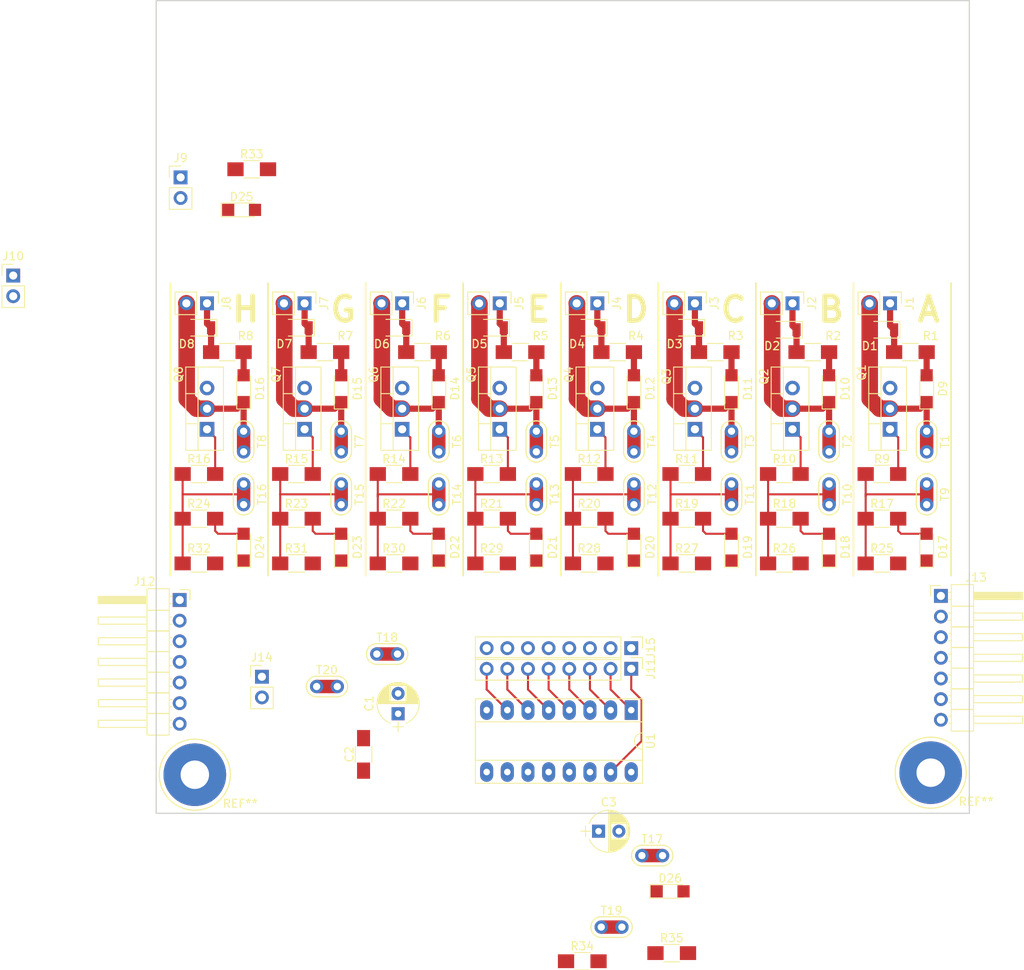
<source format=kicad_pcb>
(kicad_pcb (version 4) (host pcbnew 4.0.6)
  (layers (0 F.Cu signal) (31 B.Cu signal) (34 B.Paste user) (35 F.Paste user) (36 B.SilkS user) (37 F.SilkS user) (38 B.Mask user) (39 F.Mask user) (44 Edge.Cuts user))
  (net 0 "")
  (net 1 VDD)
  (net 2 "Net-(D1-Pad2)")
  (net 3 "Net-(D10-Pad1)")
  (net 4 "Net-(D11-Pad1)")
  (net 5 "Net-(D12-Pad1)")
  (net 6 "Net-(D13-Pad1)")
  (net 7 "Net-(D14-Pad1)")
  (net 8 "Net-(D15-Pad1)")
  (net 9 "Net-(D16-Pad1)")
  (net 10 "Net-(D9-Pad2)")
  (net 11 "Net-(D10-Pad2)")
  (net 12 "Net-(D11-Pad2)")
  (net 13 "Net-(D12-Pad2)")
  (net 14 "Net-(D13-Pad2)")
  (net 15 "Net-(D14-Pad2)")
  (net 16 "Net-(D15-Pad2)")
  (net 17 "Net-(D16-Pad2)")
  (net 18 "Net-(D17-Pad2)")
  (net 19 GND)
  (net 20 "Net-(D18-Pad2)")
  (net 21 "Net-(D19-Pad2)")
  (net 22 "Net-(D20-Pad2)")
  (net 23 "Net-(D21-Pad2)")
  (net 24 "Net-(D22-Pad2)")
  (net 25 "Net-(D23-Pad2)")
  (net 26 "Net-(D24-Pad2)")
  (net 27 "Net-(D25-Pad2)")
  (net 28 GNDPWR)
  (net 29 /SIG_A)
  (net 30 /SIG_B)
  (net 31 /SIG_C)
  (net 32 /SIG_D)
  (net 33 /SIG_E)
  (net 34 /SIG_F)
  (net 35 /SIG_G)
  (net 36 /SIG_H)
  (net 37 +5V)
  (net 38 /~RESET)
  (net 39 /~OE)
  (net 40 /SER_CLK)
  (net 41 /LATCH_CLK)
  (net 42 /SER_IN)
  (net 43 /SER_OUT)
  (net 44 "Net-(Q1-Pad1)")
  (net 45 "Net-(Q2-Pad1)")
  (net 46 "Net-(Q3-Pad1)")
  (net 47 "Net-(Q4-Pad1)")
  (net 48 "Net-(Q5-Pad1)")
  (net 49 "Net-(Q6-Pad1)")
  (net 50 "Net-(Q7-Pad1)")
  (net 51 "Net-(Q8-Pad1)")
  (net 52 "Net-(D26-Pad2)")
  (net 53 /A)
  (net 54 /B)
  (net 55 /C)
  (net 56 /D)
  (net 57 /E)
  (net 58 /F)
  (net 59 /G)
  (net 60 /H)
  (module Virtlink_Hardware:MOUNTINGHOLE_M3 (layer F.Cu) (at 4.75 -4.75)
    (fp_text reference REF** (at 5.588 3.556) (layer F.SilkS))
    (fp_text value M3)
    (pad "" np_thru_hole circle (at 0 0) (size 7.7 7.7) (drill 3.5) (layers *.Cu *.Mask) (clearance 0.5))
  )
  (module Diodes_SMD:D_1206 (layer F.Cu) (at 89.25 -59.5 180)
    (fp_text reference D1 (at 1.5 -2 180) (layer F.SilkS))
    (fp_text value 1N4148)
    (pad 1 smd rect (at -1.5 0 180) (size 1 1.6) (layers F.Cu F.Paste F.Mask) (net 1 VDD))
    (pad 2 smd rect (at 1.5 0 180) (size 1 1.6) (layers F.Cu F.Paste F.Mask) (net 2 "Net-(D1-Pad2)"))
  )
  (module Diodes_SMD:D_1206 (layer F.Cu) (at 77.25 -59.5 180)
    (fp_text reference D2 (at 1.5 -2 180) (layer F.SilkS))
    (fp_text value 1N4148)
    (pad 1 smd rect (at -1.5 0 180) (size 1 1.6) (layers F.Cu F.Paste F.Mask) (net 1 VDD))
    (pad 2 smd rect (at 1.5 0 180) (size 1 1.6) (layers F.Cu F.Paste F.Mask) (net 3 "Net-(D10-Pad1)"))
  )
  (module Diodes_SMD:D_1206 (layer F.Cu) (at 65.25 -59.75 180)
    (fp_text reference D3 (at 1.5 -2 180) (layer F.SilkS))
    (fp_text value 1N4148 hide)
    (pad 1 smd rect (at -1.5 0 180) (size 1 1.6) (layers F.Cu F.Paste F.Mask) (net 1 VDD))
    (pad 2 smd rect (at 1.5 0 180) (size 1 1.6) (layers F.Cu F.Paste F.Mask) (net 4 "Net-(D11-Pad1)"))
  )
  (module Diodes_SMD:D_1206 (layer F.Cu) (at 53.25 -59.75 180)
    (fp_text reference D4 (at 1.5 -2 180) (layer F.SilkS))
    (fp_text value 1N4148)
    (pad 1 smd rect (at -1.5 0 180) (size 1 1.6) (layers F.Cu F.Paste F.Mask) (net 1 VDD))
    (pad 2 smd rect (at 1.5 0 180) (size 1 1.6) (layers F.Cu F.Paste F.Mask) (net 5 "Net-(D12-Pad1)"))
  )
  (module Diodes_SMD:D_1206 (layer F.Cu) (at 41.25 -59.75 180)
    (fp_text reference D5 (at 1.5 -2 180) (layer F.SilkS))
    (fp_text value 1N4148)
    (pad 1 smd rect (at -1.5 0 180) (size 1 1.6) (layers F.Cu F.Paste F.Mask) (net 1 VDD))
    (pad 2 smd rect (at 1.5 0 180) (size 1 1.6) (layers F.Cu F.Paste F.Mask) (net 6 "Net-(D13-Pad1)"))
  )
  (module Diodes_SMD:D_1206 (layer F.Cu) (at 29.25 -59.75 180)
    (fp_text reference D6 (at 1.5 -2 180) (layer F.SilkS))
    (fp_text value 1N4148)
    (pad 1 smd rect (at -1.5 0 180) (size 1 1.6) (layers F.Cu F.Paste F.Mask) (net 1 VDD))
    (pad 2 smd rect (at 1.5 0 180) (size 1 1.6) (layers F.Cu F.Paste F.Mask) (net 7 "Net-(D14-Pad1)"))
  )
  (module Diodes_SMD:D_1206 (layer F.Cu) (at 17.25 -59.75 180)
    (fp_text reference D7 (at 1.5 -2 180) (layer F.SilkS))
    (fp_text value 1N4148)
    (pad 1 smd rect (at -1.5 0 180) (size 1 1.6) (layers F.Cu F.Paste F.Mask) (net 1 VDD))
    (pad 2 smd rect (at 1.5 0 180) (size 1 1.6) (layers F.Cu F.Paste F.Mask) (net 8 "Net-(D15-Pad1)"))
  )
  (module Diodes_SMD:D_1206 (layer F.Cu) (at 5.25 -59.75 180)
    (fp_text reference D8 (at 1.5 -2 180) (layer F.SilkS))
    (fp_text value 1N4148)
    (pad 1 smd rect (at -1.5 0 180) (size 1 1.6) (layers F.Cu F.Paste F.Mask) (net 1 VDD))
    (pad 2 smd rect (at 1.5 0 180) (size 1 1.6) (layers F.Cu F.Paste F.Mask) (net 9 "Net-(D16-Pad1)"))
  )
  (module LEDs:LED_1206 (layer F.Cu) (at 94.75 -52.25 90)
    (fp_text reference D9 (at 0 2 90) (layer F.SilkS))
    (fp_text value "2mA 1.9V")
    (pad 2 smd rect (at 1.65 0 270) (size 1.5 1.5) (layers F.Cu F.Paste F.Mask) (net 10 "Net-(D9-Pad2)"))
    (pad 1 smd rect (at -1.65 0 270) (size 1.5 1.5) (layers F.Cu F.Paste F.Mask) (net 2 "Net-(D1-Pad2)"))
  )
  (module LEDs:LED_1206 (layer F.Cu) (at 82.75 -52.25 90)
    (fp_text reference D10 (at 0 2 90) (layer F.SilkS))
    (fp_text value "2mA 1.9V")
    (pad 2 smd rect (at 1.65 0 270) (size 1.5 1.5) (layers F.Cu F.Paste F.Mask) (net 11 "Net-(D10-Pad2)"))
    (pad 1 smd rect (at -1.65 0 270) (size 1.5 1.5) (layers F.Cu F.Paste F.Mask) (net 3 "Net-(D10-Pad1)"))
  )
  (module LEDs:LED_1206 (layer F.Cu) (at 70.75 -52.25 90)
    (fp_text reference D11 (at 0 2 90) (layer F.SilkS))
    (fp_text value "2mA 1.9V" hide)
    (pad 2 smd rect (at 1.65 0 270) (size 1.5 1.5) (layers F.Cu F.Paste F.Mask) (net 12 "Net-(D11-Pad2)"))
    (pad 1 smd rect (at -1.65 0 270) (size 1.5 1.5) (layers F.Cu F.Paste F.Mask) (net 4 "Net-(D11-Pad1)"))
  )
  (module LEDs:LED_1206 (layer F.Cu) (at 58.75 -52.25 90)
    (fp_text reference D12 (at 0 2 90) (layer F.SilkS))
    (fp_text value "2mA 1.9V")
    (pad 2 smd rect (at 1.65 0 270) (size 1.5 1.5) (layers F.Cu F.Paste F.Mask) (net 13 "Net-(D12-Pad2)"))
    (pad 1 smd rect (at -1.65 0 270) (size 1.5 1.5) (layers F.Cu F.Paste F.Mask) (net 5 "Net-(D12-Pad1)"))
  )
  (module LEDs:LED_1206 (layer F.Cu) (at 46.75 -52.25 90)
    (fp_text reference D13 (at 0 2 90) (layer F.SilkS))
    (fp_text value "2mA 1.9V")
    (pad 2 smd rect (at 1.65 0 270) (size 1.5 1.5) (layers F.Cu F.Paste F.Mask) (net 14 "Net-(D13-Pad2)"))
    (pad 1 smd rect (at -1.65 0 270) (size 1.5 1.5) (layers F.Cu F.Paste F.Mask) (net 6 "Net-(D13-Pad1)"))
  )
  (module LEDs:LED_1206 (layer F.Cu) (at 34.75 -52.25 90)
    (fp_text reference D14 (at 0 2 90) (layer F.SilkS))
    (fp_text value "2mA 1.9V")
    (pad 2 smd rect (at 1.65 0 270) (size 1.5 1.5) (layers F.Cu F.Paste F.Mask) (net 15 "Net-(D14-Pad2)"))
    (pad 1 smd rect (at -1.65 0 270) (size 1.5 1.5) (layers F.Cu F.Paste F.Mask) (net 7 "Net-(D14-Pad1)"))
  )
  (module LEDs:LED_1206 (layer F.Cu) (at 22.75 -52.25 90)
    (fp_text reference D15 (at 0 2 90) (layer F.SilkS))
    (fp_text value "2mA 1.9V")
    (pad 2 smd rect (at 1.65 0 270) (size 1.5 1.5) (layers F.Cu F.Paste F.Mask) (net 16 "Net-(D15-Pad2)"))
    (pad 1 smd rect (at -1.65 0 270) (size 1.5 1.5) (layers F.Cu F.Paste F.Mask) (net 8 "Net-(D15-Pad1)"))
  )
  (module LEDs:LED_1206 (layer F.Cu) (at 10.75 -52.25 90)
    (fp_text reference D16 (at 0 2 90) (layer F.SilkS))
    (fp_text value "2mA 1.9V")
    (pad 2 smd rect (at 1.65 0 270) (size 1.5 1.5) (layers F.Cu F.Paste F.Mask) (net 17 "Net-(D16-Pad2)"))
    (pad 1 smd rect (at -1.65 0 270) (size 1.5 1.5) (layers F.Cu F.Paste F.Mask) (net 9 "Net-(D16-Pad1)"))
  )
  (module LEDs:LED_1206 (layer F.Cu) (at 94.75 -32.75 90)
    (fp_text reference D17 (at 0 2 90) (layer F.SilkS))
    (fp_text value "2mA 1.9V")
    (pad 2 smd rect (at 1.65 0 270) (size 1.5 1.5) (layers F.Cu F.Paste F.Mask) (net 18 "Net-(D17-Pad2)"))
    (pad 1 smd rect (at -1.65 0 270) (size 1.5 1.5) (layers F.Cu F.Paste F.Mask) (net 19 GND))
  )
  (module LEDs:LED_1206 (layer F.Cu) (at 82.75 -32.75 90)
    (fp_text reference D18 (at 0 2 90) (layer F.SilkS))
    (fp_text value "2mA 1.9V" hide)
    (pad 2 smd rect (at 1.65 0 270) (size 1.5 1.5) (layers F.Cu F.Paste F.Mask) (net 20 "Net-(D18-Pad2)"))
    (pad 1 smd rect (at -1.65 0 270) (size 1.5 1.5) (layers F.Cu F.Paste F.Mask) (net 19 GND))
  )
  (module LEDs:LED_1206 (layer F.Cu) (at 70.75 -32.75 90)
    (fp_text reference D19 (at 0 2 90) (layer F.SilkS))
    (fp_text value "2mA 1.9V" hide)
    (pad 2 smd rect (at 1.65 0 270) (size 1.5 1.5) (layers F.Cu F.Paste F.Mask) (net 21 "Net-(D19-Pad2)"))
    (pad 1 smd rect (at -1.65 0 270) (size 1.5 1.5) (layers F.Cu F.Paste F.Mask) (net 19 GND))
  )
  (module LEDs:LED_1206 (layer F.Cu) (at 58.75 -32.75 90)
    (fp_text reference D20 (at 0 2 90) (layer F.SilkS))
    (fp_text value "2mA 1.9V")
    (pad 2 smd rect (at 1.65 0 270) (size 1.5 1.5) (layers F.Cu F.Paste F.Mask) (net 22 "Net-(D20-Pad2)"))
    (pad 1 smd rect (at -1.65 0 270) (size 1.5 1.5) (layers F.Cu F.Paste F.Mask) (net 19 GND))
  )
  (module LEDs:LED_1206 (layer F.Cu) (at 46.75 -32.75 90)
    (fp_text reference D21 (at 0 2 90) (layer F.SilkS))
    (fp_text value "2mA 1.9V")
    (pad 2 smd rect (at 1.65 0 270) (size 1.5 1.5) (layers F.Cu F.Paste F.Mask) (net 23 "Net-(D21-Pad2)"))
    (pad 1 smd rect (at -1.65 0 270) (size 1.5 1.5) (layers F.Cu F.Paste F.Mask) (net 19 GND))
  )
  (module LEDs:LED_1206 (layer F.Cu) (at 34.75 -32.75 90)
    (fp_text reference D22 (at 0 2 90) (layer F.SilkS))
    (fp_text value "2mA 1.9V")
    (pad 2 smd rect (at 1.65 0 270) (size 1.5 1.5) (layers F.Cu F.Paste F.Mask) (net 24 "Net-(D22-Pad2)"))
    (pad 1 smd rect (at -1.65 0 270) (size 1.5 1.5) (layers F.Cu F.Paste F.Mask) (net 19 GND))
  )
  (module LEDs:LED_1206 (layer F.Cu) (at 22.75 -32.75 90)
    (fp_text reference D23 (at 0 2 90) (layer F.SilkS))
    (fp_text value "2mA 1.9V")
    (pad 2 smd rect (at 1.65 0 270) (size 1.5 1.5) (layers F.Cu F.Paste F.Mask) (net 25 "Net-(D23-Pad2)"))
    (pad 1 smd rect (at -1.65 0 270) (size 1.5 1.5) (layers F.Cu F.Paste F.Mask) (net 19 GND))
  )
  (module LEDs:LED_1206 (layer F.Cu) (at 10.75 -32.75 90)
    (fp_text reference D24 (at 0 2 90) (layer F.SilkS))
    (fp_text value "2mA 1.9V")
    (pad 2 smd rect (at 1.65 0 270) (size 1.5 1.5) (layers F.Cu F.Paste F.Mask) (net 26 "Net-(D24-Pad2)"))
    (pad 1 smd rect (at -1.65 0 270) (size 1.5 1.5) (layers F.Cu F.Paste F.Mask) (net 19 GND))
  )
  (module LEDs:LED_1206 (layer F.Cu) (at 10.5 -74.25)
    (fp_text reference D25 (at 0 -1.6) (layer F.SilkS))
    (fp_text value "2mA 1.9V")
    (pad 2 smd rect (at 1.65 0 180) (size 1.5 1.5) (layers F.Cu F.Paste F.Mask) (net 27 "Net-(D25-Pad2)"))
    (pad 1 smd rect (at -1.65 0 180) (size 1.5 1.5) (layers F.Cu F.Paste F.Mask) (net 28 GNDPWR))
  )
  (module Pin_Headers:Pin_Header_Straight_1x02_Pitch2.54mm (layer F.Cu) (at 90.25 -62.75 270)
    (fp_text reference J1 (at 0 -2.39 270) (layer F.SilkS))
    (fp_text value CONN_A)
    (pad 1 thru_hole rect (at 0 0 270) (size 1.7 1.7) (drill 1) (layers *.Cu *.Mask) (net 1 VDD))
    (pad 2 thru_hole oval (at 0 2.54 270) (size 1.7 1.7) (drill 1) (layers *.Cu *.Mask) (net 2 "Net-(D1-Pad2)"))
  )
  (module Pin_Headers:Pin_Header_Straight_1x02_Pitch2.54mm (layer F.Cu) (at 78.25 -62.75 270)
    (fp_text reference J2 (at 0 -2.39 270) (layer F.SilkS))
    (fp_text value CONN_B)
    (pad 1 thru_hole rect (at 0 0 270) (size 1.7 1.7) (drill 1) (layers *.Cu *.Mask) (net 1 VDD))
    (pad 2 thru_hole oval (at 0 2.54 270) (size 1.7 1.7) (drill 1) (layers *.Cu *.Mask) (net 3 "Net-(D10-Pad1)"))
  )
  (module Pin_Headers:Pin_Header_Straight_1x02_Pitch2.54mm (layer F.Cu) (at 66.25 -62.75 270)
    (fp_text reference J3 (at 0 -2.39 270) (layer F.SilkS))
    (fp_text value CONN_C)
    (pad 1 thru_hole rect (at 0 0 270) (size 1.7 1.7) (drill 1) (layers *.Cu *.Mask) (net 1 VDD))
    (pad 2 thru_hole oval (at 0 2.54 270) (size 1.7 1.7) (drill 1) (layers *.Cu *.Mask) (net 4 "Net-(D11-Pad1)"))
  )
  (module Pin_Headers:Pin_Header_Straight_1x02_Pitch2.54mm (layer F.Cu) (at 54.25 -62.75 270)
    (fp_text reference J4 (at 0 -2.39 270) (layer F.SilkS))
    (fp_text value CONN_D)
    (pad 1 thru_hole rect (at 0 0 270) (size 1.7 1.7) (drill 1) (layers *.Cu *.Mask) (net 1 VDD))
    (pad 2 thru_hole oval (at 0 2.54 270) (size 1.7 1.7) (drill 1) (layers *.Cu *.Mask) (net 5 "Net-(D12-Pad1)"))
  )
  (module Pin_Headers:Pin_Header_Straight_1x02_Pitch2.54mm (layer F.Cu) (at 42.25 -62.75 270)
    (fp_text reference J5 (at 0 -2.39 270) (layer F.SilkS))
    (fp_text value CONN_E)
    (pad 1 thru_hole rect (at 0 0 270) (size 1.7 1.7) (drill 1) (layers *.Cu *.Mask) (net 1 VDD))
    (pad 2 thru_hole oval (at 0 2.54 270) (size 1.7 1.7) (drill 1) (layers *.Cu *.Mask) (net 6 "Net-(D13-Pad1)"))
  )
  (module Pin_Headers:Pin_Header_Straight_1x02_Pitch2.54mm (layer F.Cu) (at 30.25 -62.75 270)
    (fp_text reference J6 (at 0 -2.39 270) (layer F.SilkS))
    (fp_text value CONN_F)
    (pad 1 thru_hole rect (at 0 0 270) (size 1.7 1.7) (drill 1) (layers *.Cu *.Mask) (net 1 VDD))
    (pad 2 thru_hole oval (at 0 2.54 270) (size 1.7 1.7) (drill 1) (layers *.Cu *.Mask) (net 7 "Net-(D14-Pad1)"))
  )
  (module Pin_Headers:Pin_Header_Straight_1x02_Pitch2.54mm (layer F.Cu) (at 18.25 -62.75 270)
    (fp_text reference J7 (at 0 -2.39 270) (layer F.SilkS))
    (fp_text value CONN_G)
    (pad 1 thru_hole rect (at 0 0 270) (size 1.7 1.7) (drill 1) (layers *.Cu *.Mask) (net 1 VDD))
    (pad 2 thru_hole oval (at 0 2.54 270) (size 1.7 1.7) (drill 1) (layers *.Cu *.Mask) (net 8 "Net-(D15-Pad1)"))
  )
  (module Pin_Headers:Pin_Header_Straight_1x02_Pitch2.54mm (layer F.Cu) (at 6.25 -62.75 270)
    (fp_text reference J8 (at 0 -2.39 270) (layer F.SilkS))
    (fp_text value CONN_H)
    (pad 1 thru_hole rect (at 0 0 270) (size 1.7 1.7) (drill 1) (layers *.Cu *.Mask) (net 1 VDD))
    (pad 2 thru_hole oval (at 0 2.54 270) (size 1.7 1.7) (drill 1) (layers *.Cu *.Mask) (net 9 "Net-(D16-Pad1)"))
  )
  (module Pin_Headers:Pin_Header_Straight_1x02_Pitch2.54mm (layer F.Cu) (at 3 -78.25)
    (fp_text reference J9 (at 0 -2.39) (layer F.SilkS))
    (fp_text value CONN_VDD_IN)
    (pad 1 thru_hole rect (at 0 0) (size 1.7 1.7) (drill 1) (layers *.Cu *.Mask) (net 1 VDD))
    (pad 2 thru_hole oval (at 0 2.54) (size 1.7 1.7) (drill 1) (layers *.Cu *.Mask) (net 28 GNDPWR))
  )
  (module Pin_Headers:Pin_Header_Straight_1x02_Pitch2.54mm (layer F.Cu) (at -17.586 -66.168)
    (fp_text reference J10 (at 0 -2.39) (layer F.SilkS))
    (fp_text value CONN_VDD_OUT)
    (pad 1 thru_hole rect (at 0 0) (size 1.7 1.7) (drill 1) (layers *.Cu *.Mask) (net 1 VDD))
    (pad 2 thru_hole oval (at 0 2.54) (size 1.7 1.7) (drill 1) (layers *.Cu *.Mask) (net 28 GNDPWR))
  )
  (module Pin_Headers:Pin_Header_Straight_1x08_Pitch2.54mm (layer F.Cu) (at 58.42 -17.78 270)
    (fp_text reference J11 (at 0 -2.39 270) (layer F.SilkS))
    (fp_text value CONN_SIG_IN hide)
    (pad 1 thru_hole rect (at 0 0 270) (size 1.7 1.7) (drill 1) (layers *.Cu *.Mask) (net 53 /A))
    (pad 2 thru_hole oval (at 0 2.54 270) (size 1.7 1.7) (drill 1) (layers *.Cu *.Mask) (net 54 /B))
    (pad 3 thru_hole oval (at 0 5.08 270) (size 1.7 1.7) (drill 1) (layers *.Cu *.Mask) (net 55 /C))
    (pad 4 thru_hole oval (at 0 7.62 270) (size 1.7 1.7) (drill 1) (layers *.Cu *.Mask) (net 56 /D))
    (pad 5 thru_hole oval (at 0 10.16 270) (size 1.7 1.7) (drill 1) (layers *.Cu *.Mask) (net 57 /E))
    (pad 6 thru_hole oval (at 0 12.7 270) (size 1.7 1.7) (drill 1) (layers *.Cu *.Mask) (net 58 /F))
    (pad 7 thru_hole oval (at 0 15.24 270) (size 1.7 1.7) (drill 1) (layers *.Cu *.Mask) (net 59 /G))
    (pad 8 thru_hole oval (at 0 17.78 270) (size 1.7 1.7) (drill 1) (layers *.Cu *.Mask) (net 60 /H))
  )
  (module Pin_Headers:Pin_Header_Angled_1x07_Pitch2.54mm (layer F.Cu) (at 96.5 -26.75)
    (fp_text reference J13 (at 4.315 -2.27) (layer F.SilkS))
    (fp_text value CONN_LOGIC_OUT)
    (pad 1 thru_hole rect (at 0 0) (size 1.7 1.7) (drill 1) (layers *.Cu *.Mask) (net 37 +5V))
    (pad 2 thru_hole oval (at 0 2.54) (size 1.7 1.7) (drill 1) (layers *.Cu *.Mask) (net 19 GND))
    (pad 3 thru_hole oval (at 0 5.08) (size 1.7 1.7) (drill 1) (layers *.Cu *.Mask) (net 38 /~RESET))
    (pad 4 thru_hole oval (at 0 7.62) (size 1.7 1.7) (drill 1) (layers *.Cu *.Mask) (net 39 /~OE))
    (pad 5 thru_hole oval (at 0 10.16) (size 1.7 1.7) (drill 1) (layers *.Cu *.Mask) (net 40 /SER_CLK))
    (pad 6 thru_hole oval (at 0 12.7) (size 1.7 1.7) (drill 1) (layers *.Cu *.Mask) (net 41 /LATCH_CLK))
    (pad 7 thru_hole oval (at 0 15.24) (size 1.7 1.7) (drill 1) (layers *.Cu *.Mask) (net 43 /SER_OUT))
  )
  (module Pin_Headers:Pin_Header_Straight_1x02_Pitch2.54mm (layer F.Cu) (at 13 -16.8)
    (fp_text reference J14 (at 0 -2.39) (layer F.SilkS))
    (fp_text value CONN_GNDS)
    (pad 1 thru_hole rect (at 0 0) (size 1.7 1.7) (drill 1) (layers *.Cu *.Mask) (net 28 GNDPWR))
    (pad 2 thru_hole oval (at 0 2.54) (size 1.7 1.7) (drill 1) (layers *.Cu *.Mask) (net 19 GND))
  )
  (module TO_SOT_Packages_THT:TO-220_Vertical (layer F.Cu) (at 90.25 -47.25 90)
    (fp_text reference Q1 (at 7 -3.5 90) (layer F.SilkS))
    (fp_text value IRL540N)
    (pad 1 thru_hole rect (at 0 0 90) (size 1.8 1.8) (drill 1) (layers *.Cu *.Mask) (net 44 "Net-(Q1-Pad1)"))
    (pad 2 thru_hole oval (at 2.54 0 90) (size 1.8 1.8) (drill 1) (layers *.Cu *.Mask) (net 2 "Net-(D1-Pad2)"))
    (pad 3 thru_hole oval (at 5.08 0 90) (size 1.8 1.8) (drill 1) (layers *.Cu *.Mask) (net 28 GNDPWR))
  )
  (module TO_SOT_Packages_THT:TO-220_Vertical (layer F.Cu) (at 78.25 -47.25 90)
    (fp_text reference Q2 (at 6.5 -3.5 90) (layer F.SilkS))
    (fp_text value IRL540N)
    (pad 1 thru_hole rect (at 0 0 90) (size 1.8 1.8) (drill 1) (layers *.Cu *.Mask) (net 45 "Net-(Q2-Pad1)"))
    (pad 2 thru_hole oval (at 2.54 0 90) (size 1.8 1.8) (drill 1) (layers *.Cu *.Mask) (net 3 "Net-(D10-Pad1)"))
    (pad 3 thru_hole oval (at 5.08 0 90) (size 1.8 1.8) (drill 1) (layers *.Cu *.Mask) (net 28 GNDPWR))
  )
  (module TO_SOT_Packages_THT:TO-220_Vertical (layer F.Cu) (at 66.25 -47.25 90)
    (fp_text reference Q3 (at 6.5 -3.5 90) (layer F.SilkS))
    (fp_text value IRL540N)
    (pad 1 thru_hole rect (at 0 0 90) (size 1.8 1.8) (drill 1) (layers *.Cu *.Mask) (net 46 "Net-(Q3-Pad1)"))
    (pad 2 thru_hole oval (at 2.54 0 90) (size 1.8 1.8) (drill 1) (layers *.Cu *.Mask) (net 4 "Net-(D11-Pad1)"))
    (pad 3 thru_hole oval (at 5.08 0 90) (size 1.8 1.8) (drill 1) (layers *.Cu *.Mask) (net 28 GNDPWR))
  )
  (module TO_SOT_Packages_THT:TO-220_Vertical (layer F.Cu) (at 54.25 -47.25 90)
    (fp_text reference Q4 (at 6.75 -3.5 90) (layer F.SilkS))
    (fp_text value IRL540N)
    (pad 1 thru_hole rect (at 0 0 90) (size 1.8 1.8) (drill 1) (layers *.Cu *.Mask) (net 47 "Net-(Q4-Pad1)"))
    (pad 2 thru_hole oval (at 2.54 0 90) (size 1.8 1.8) (drill 1) (layers *.Cu *.Mask) (net 5 "Net-(D12-Pad1)"))
    (pad 3 thru_hole oval (at 5.08 0 90) (size 1.8 1.8) (drill 1) (layers *.Cu *.Mask) (net 28 GNDPWR))
  )
  (module TO_SOT_Packages_THT:TO-220_Vertical (layer F.Cu) (at 42.25 -47.25 90)
    (fp_text reference Q5 (at 6.75 -3.5 90) (layer F.SilkS))
    (fp_text value IRL540N)
    (pad 1 thru_hole rect (at 0 0 90) (size 1.8 1.8) (drill 1) (layers *.Cu *.Mask) (net 48 "Net-(Q5-Pad1)"))
    (pad 2 thru_hole oval (at 2.54 0 90) (size 1.8 1.8) (drill 1) (layers *.Cu *.Mask) (net 6 "Net-(D13-Pad1)"))
    (pad 3 thru_hole oval (at 5.08 0 90) (size 1.8 1.8) (drill 1) (layers *.Cu *.Mask) (net 28 GNDPWR))
  )
  (module TO_SOT_Packages_THT:TO-220_Vertical (layer F.Cu) (at 30.25 -47.25 90)
    (fp_text reference Q6 (at 6.75 -3.5 90) (layer F.SilkS))
    (fp_text value IRL540N)
    (pad 1 thru_hole rect (at 0 0 90) (size 1.8 1.8) (drill 1) (layers *.Cu *.Mask) (net 49 "Net-(Q6-Pad1)"))
    (pad 2 thru_hole oval (at 2.54 0 90) (size 1.8 1.8) (drill 1) (layers *.Cu *.Mask) (net 7 "Net-(D14-Pad1)"))
    (pad 3 thru_hole oval (at 5.08 0 90) (size 1.8 1.8) (drill 1) (layers *.Cu *.Mask) (net 28 GNDPWR))
  )
  (module TO_SOT_Packages_THT:TO-220_Vertical (layer F.Cu) (at 18.25 -47.25 90)
    (fp_text reference Q7 (at 6.75 -3.5 90) (layer F.SilkS))
    (fp_text value IRL540N)
    (pad 1 thru_hole rect (at 0 0 90) (size 1.8 1.8) (drill 1) (layers *.Cu *.Mask) (net 50 "Net-(Q7-Pad1)"))
    (pad 2 thru_hole oval (at 2.54 0 90) (size 1.8 1.8) (drill 1) (layers *.Cu *.Mask) (net 8 "Net-(D15-Pad1)"))
    (pad 3 thru_hole oval (at 5.08 0 90) (size 1.8 1.8) (drill 1) (layers *.Cu *.Mask) (net 28 GNDPWR))
  )
  (module TO_SOT_Packages_THT:TO-220_Vertical (layer F.Cu) (at 6.25 -47.25 90)
    (fp_text reference Q8 (at 6.75 -3.5 90) (layer F.SilkS))
    (fp_text value IRL540N)
    (pad 1 thru_hole rect (at 0 0 90) (size 1.8 1.8) (drill 1) (layers *.Cu *.Mask) (net 51 "Net-(Q8-Pad1)"))
    (pad 2 thru_hole oval (at 2.54 0 90) (size 1.8 1.8) (drill 1) (layers *.Cu *.Mask) (net 9 "Net-(D16-Pad1)"))
    (pad 3 thru_hole oval (at 5.08 0 90) (size 1.8 1.8) (drill 1) (layers *.Cu *.Mask) (net 28 GNDPWR))
  )
  (module Resistors_SMD:R_1206_HandSoldering (layer F.Cu) (at 92.75 -56.75 180)
    (fp_text reference R1 (at -2.5 2 180) (layer F.SilkS))
    (fp_text value 33K)
    (pad 1 smd rect (at -2 0 180) (size 2 1.7) (layers F.Cu F.Paste F.Mask) (net 10 "Net-(D9-Pad2)"))
    (pad 2 smd rect (at 2 0 180) (size 2 1.7) (layers F.Cu F.Paste F.Mask) (net 1 VDD))
  )
  (module Resistors_SMD:R_1206_HandSoldering (layer F.Cu) (at 80.75 -56.75 180)
    (fp_text reference R2 (at -2.5 2 180) (layer F.SilkS))
    (fp_text value 33K)
    (pad 1 smd rect (at -2 0 180) (size 2 1.7) (layers F.Cu F.Paste F.Mask) (net 11 "Net-(D10-Pad2)"))
    (pad 2 smd rect (at 2 0 180) (size 2 1.7) (layers F.Cu F.Paste F.Mask) (net 1 VDD))
  )
  (module Resistors_SMD:R_1206_HandSoldering (layer F.Cu) (at 68.75 -56.75 180)
    (fp_text reference R3 (at -2.5 2 180) (layer F.SilkS))
    (fp_text value 33K hide)
    (pad 1 smd rect (at -2 0 180) (size 2 1.7) (layers F.Cu F.Paste F.Mask) (net 12 "Net-(D11-Pad2)"))
    (pad 2 smd rect (at 2 0 180) (size 2 1.7) (layers F.Cu F.Paste F.Mask) (net 1 VDD))
  )
  (module Resistors_SMD:R_1206_HandSoldering (layer F.Cu) (at 56.75 -56.75 180)
    (fp_text reference R4 (at -2.25 2 180) (layer F.SilkS))
    (fp_text value 33K)
    (pad 1 smd rect (at -2 0 180) (size 2 1.7) (layers F.Cu F.Paste F.Mask) (net 13 "Net-(D12-Pad2)"))
    (pad 2 smd rect (at 2 0 180) (size 2 1.7) (layers F.Cu F.Paste F.Mask) (net 1 VDD))
  )
  (module Resistors_SMD:R_1206_HandSoldering (layer F.Cu) (at 44.75 -56.75 180)
    (fp_text reference R5 (at -2.5 2 180) (layer F.SilkS))
    (fp_text value 33K)
    (pad 1 smd rect (at -2 0 180) (size 2 1.7) (layers F.Cu F.Paste F.Mask) (net 14 "Net-(D13-Pad2)"))
    (pad 2 smd rect (at 2 0 180) (size 2 1.7) (layers F.Cu F.Paste F.Mask) (net 1 VDD))
  )
  (module Resistors_SMD:R_1206_HandSoldering (layer F.Cu) (at 32.75 -56.75 180)
    (fp_text reference R6 (at -2.5 2 180) (layer F.SilkS))
    (fp_text value 33K)
    (pad 1 smd rect (at -2 0 180) (size 2 1.7) (layers F.Cu F.Paste F.Mask) (net 15 "Net-(D14-Pad2)"))
    (pad 2 smd rect (at 2 0 180) (size 2 1.7) (layers F.Cu F.Paste F.Mask) (net 1 VDD))
  )
  (module Resistors_SMD:R_1206_HandSoldering (layer F.Cu) (at 20.75 -56.75 180)
    (fp_text reference R7 (at -2.5 2 180) (layer F.SilkS))
    (fp_text value 33K)
    (pad 1 smd rect (at -2 0 180) (size 2 1.7) (layers F.Cu F.Paste F.Mask) (net 16 "Net-(D15-Pad2)"))
    (pad 2 smd rect (at 2 0 180) (size 2 1.7) (layers F.Cu F.Paste F.Mask) (net 1 VDD))
  )
  (module Resistors_SMD:R_1206_HandSoldering (layer F.Cu) (at 8.75 -56.75 180)
    (fp_text reference R8 (at -2.25 2 180) (layer F.SilkS))
    (fp_text value 33K)
    (pad 1 smd rect (at -2 0 180) (size 2 1.7) (layers F.Cu F.Paste F.Mask) (net 17 "Net-(D16-Pad2)"))
    (pad 2 smd rect (at 2 0 180) (size 2 1.7) (layers F.Cu F.Paste F.Mask) (net 1 VDD))
  )
  (module Resistors_SMD:R_1206_HandSoldering (layer F.Cu) (at 89.25 -41.75)
    (fp_text reference R9 (at 0 -1.85) (layer F.SilkS))
    (fp_text value 470K)
    (pad 1 smd rect (at -2 0) (size 2 1.7) (layers F.Cu F.Paste F.Mask) (net 29 /SIG_A))
    (pad 2 smd rect (at 2 0) (size 2 1.7) (layers F.Cu F.Paste F.Mask) (net 44 "Net-(Q1-Pad1)"))
  )
  (module Resistors_SMD:R_1206_HandSoldering (layer F.Cu) (at 77.25 -41.75)
    (fp_text reference R10 (at 0 -1.85) (layer F.SilkS))
    (fp_text value 470K)
    (pad 1 smd rect (at -2 0) (size 2 1.7) (layers F.Cu F.Paste F.Mask) (net 30 /SIG_B))
    (pad 2 smd rect (at 2 0) (size 2 1.7) (layers F.Cu F.Paste F.Mask) (net 45 "Net-(Q2-Pad1)"))
  )
  (module Resistors_SMD:R_1206_HandSoldering (layer F.Cu) (at 65.25 -41.75)
    (fp_text reference R11 (at 0 -1.85) (layer F.SilkS))
    (fp_text value 470K)
    (pad 1 smd rect (at -2 0) (size 2 1.7) (layers F.Cu F.Paste F.Mask) (net 31 /SIG_C))
    (pad 2 smd rect (at 2 0) (size 2 1.7) (layers F.Cu F.Paste F.Mask) (net 46 "Net-(Q3-Pad1)"))
  )
  (module Resistors_SMD:R_1206_HandSoldering (layer F.Cu) (at 53.25 -41.75)
    (fp_text reference R12 (at 0 -1.85) (layer F.SilkS))
    (fp_text value 470K)
    (pad 1 smd rect (at -2 0) (size 2 1.7) (layers F.Cu F.Paste F.Mask) (net 32 /SIG_D))
    (pad 2 smd rect (at 2 0) (size 2 1.7) (layers F.Cu F.Paste F.Mask) (net 47 "Net-(Q4-Pad1)"))
  )
  (module Resistors_SMD:R_1206_HandSoldering (layer F.Cu) (at 41.25 -41.75)
    (fp_text reference R13 (at 0 -1.85) (layer F.SilkS))
    (fp_text value 470K)
    (pad 1 smd rect (at -2 0) (size 2 1.7) (layers F.Cu F.Paste F.Mask) (net 33 /SIG_E))
    (pad 2 smd rect (at 2 0) (size 2 1.7) (layers F.Cu F.Paste F.Mask) (net 48 "Net-(Q5-Pad1)"))
  )
  (module Resistors_SMD:R_1206_HandSoldering (layer F.Cu) (at 29.25 -41.75)
    (fp_text reference R14 (at 0 -1.85) (layer F.SilkS))
    (fp_text value 470K)
    (pad 1 smd rect (at -2 0) (size 2 1.7) (layers F.Cu F.Paste F.Mask) (net 34 /SIG_F))
    (pad 2 smd rect (at 2 0) (size 2 1.7) (layers F.Cu F.Paste F.Mask) (net 49 "Net-(Q6-Pad1)"))
  )
  (module Resistors_SMD:R_1206_HandSoldering (layer F.Cu) (at 17.25 -41.75)
    (fp_text reference R15 (at 0 -1.85) (layer F.SilkS))
    (fp_text value 470K)
    (pad 1 smd rect (at -2 0) (size 2 1.7) (layers F.Cu F.Paste F.Mask) (net 35 /SIG_G))
    (pad 2 smd rect (at 2 0) (size 2 1.7) (layers F.Cu F.Paste F.Mask) (net 50 "Net-(Q7-Pad1)"))
  )
  (module Resistors_SMD:R_1206_HandSoldering (layer F.Cu) (at 5.25 -41.75)
    (fp_text reference R16 (at 0 -1.85) (layer F.SilkS))
    (fp_text value 470K)
    (pad 1 smd rect (at -2 0) (size 2 1.7) (layers F.Cu F.Paste F.Mask) (net 36 /SIG_H))
    (pad 2 smd rect (at 2 0) (size 2 1.7) (layers F.Cu F.Paste F.Mask) (net 51 "Net-(Q8-Pad1)"))
  )
  (module Resistors_SMD:R_1206_HandSoldering (layer F.Cu) (at 89.25 -36.25)
    (fp_text reference R17 (at 0 -1.85) (layer F.SilkS))
    (fp_text value 1K8)
    (pad 1 smd rect (at -2 0) (size 2 1.7) (layers F.Cu F.Paste F.Mask) (net 29 /SIG_A))
    (pad 2 smd rect (at 2 0) (size 2 1.7) (layers F.Cu F.Paste F.Mask) (net 18 "Net-(D17-Pad2)"))
  )
  (module Resistors_SMD:R_1206_HandSoldering (layer F.Cu) (at 77.25 -36.25)
    (fp_text reference R18 (at 0 -1.85) (layer F.SilkS))
    (fp_text value 1K8)
    (pad 1 smd rect (at -2 0) (size 2 1.7) (layers F.Cu F.Paste F.Mask) (net 30 /SIG_B))
    (pad 2 smd rect (at 2 0) (size 2 1.7) (layers F.Cu F.Paste F.Mask) (net 20 "Net-(D18-Pad2)"))
  )
  (module Resistors_SMD:R_1206_HandSoldering (layer F.Cu) (at 65.25 -36.25)
    (fp_text reference R19 (at 0 -1.85) (layer F.SilkS))
    (fp_text value 1K8)
    (pad 1 smd rect (at -2 0) (size 2 1.7) (layers F.Cu F.Paste F.Mask) (net 31 /SIG_C))
    (pad 2 smd rect (at 2 0) (size 2 1.7) (layers F.Cu F.Paste F.Mask) (net 21 "Net-(D19-Pad2)"))
  )
  (module Resistors_SMD:R_1206_HandSoldering (layer F.Cu) (at 53.25 -36.25)
    (fp_text reference R20 (at 0 -1.85) (layer F.SilkS))
    (fp_text value 1K8)
    (pad 1 smd rect (at -2 0) (size 2 1.7) (layers F.Cu F.Paste F.Mask) (net 32 /SIG_D))
    (pad 2 smd rect (at 2 0) (size 2 1.7) (layers F.Cu F.Paste F.Mask) (net 22 "Net-(D20-Pad2)"))
  )
  (module Resistors_SMD:R_1206_HandSoldering (layer F.Cu) (at 41.25 -36.25)
    (fp_text reference R21 (at 0 -1.85) (layer F.SilkS))
    (fp_text value 1K8)
    (pad 1 smd rect (at -2 0) (size 2 1.7) (layers F.Cu F.Paste F.Mask) (net 33 /SIG_E))
    (pad 2 smd rect (at 2 0) (size 2 1.7) (layers F.Cu F.Paste F.Mask) (net 23 "Net-(D21-Pad2)"))
  )
  (module Resistors_SMD:R_1206_HandSoldering (layer F.Cu) (at 29.25 -36.25)
    (fp_text reference R22 (at 0 -1.85) (layer F.SilkS))
    (fp_text value 1K8)
    (pad 1 smd rect (at -2 0) (size 2 1.7) (layers F.Cu F.Paste F.Mask) (net 34 /SIG_F))
    (pad 2 smd rect (at 2 0) (size 2 1.7) (layers F.Cu F.Paste F.Mask) (net 24 "Net-(D22-Pad2)"))
  )
  (module Resistors_SMD:R_1206_HandSoldering (layer F.Cu) (at 17.25 -36.25)
    (fp_text reference R23 (at 0 -1.85) (layer F.SilkS))
    (fp_text value 1K8)
    (pad 1 smd rect (at -2 0) (size 2 1.7) (layers F.Cu F.Paste F.Mask) (net 35 /SIG_G))
    (pad 2 smd rect (at 2 0) (size 2 1.7) (layers F.Cu F.Paste F.Mask) (net 25 "Net-(D23-Pad2)"))
  )
  (module Resistors_SMD:R_1206_HandSoldering (layer F.Cu) (at 5.25 -36.25)
    (fp_text reference R24 (at 0 -1.85) (layer F.SilkS))
    (fp_text value 1K8)
    (pad 1 smd rect (at -2 0) (size 2 1.7) (layers F.Cu F.Paste F.Mask) (net 36 /SIG_H))
    (pad 2 smd rect (at 2 0) (size 2 1.7) (layers F.Cu F.Paste F.Mask) (net 26 "Net-(D24-Pad2)"))
  )
  (module Resistors_SMD:R_1206_HandSoldering (layer F.Cu) (at 89.25 -30.75)
    (fp_text reference R25 (at 0 -1.85) (layer F.SilkS))
    (fp_text value 10K)
    (pad 1 smd rect (at -2 0) (size 2 1.7) (layers F.Cu F.Paste F.Mask) (net 29 /SIG_A))
    (pad 2 smd rect (at 2 0) (size 2 1.7) (layers F.Cu F.Paste F.Mask) (net 19 GND))
  )
  (module Resistors_SMD:R_1206_HandSoldering (layer F.Cu) (at 77.25 -30.75)
    (fp_text reference R26 (at 0 -1.85) (layer F.SilkS))
    (fp_text value 10K)
    (pad 1 smd rect (at -2 0) (size 2 1.7) (layers F.Cu F.Paste F.Mask) (net 30 /SIG_B))
    (pad 2 smd rect (at 2 0) (size 2 1.7) (layers F.Cu F.Paste F.Mask) (net 19 GND))
  )
  (module Resistors_SMD:R_1206_HandSoldering (layer F.Cu) (at 65.25 -30.75)
    (fp_text reference R27 (at 0 -1.85) (layer F.SilkS))
    (fp_text value 10K)
    (pad 1 smd rect (at -2 0) (size 2 1.7) (layers F.Cu F.Paste F.Mask) (net 31 /SIG_C))
    (pad 2 smd rect (at 2 0) (size 2 1.7) (layers F.Cu F.Paste F.Mask) (net 19 GND))
  )
  (module Resistors_SMD:R_1206_HandSoldering (layer F.Cu) (at 53.25 -30.75)
    (fp_text reference R28 (at 0 -1.85) (layer F.SilkS))
    (fp_text value 10K)
    (pad 1 smd rect (at -2 0) (size 2 1.7) (layers F.Cu F.Paste F.Mask) (net 32 /SIG_D))
    (pad 2 smd rect (at 2 0) (size 2 1.7) (layers F.Cu F.Paste F.Mask) (net 19 GND))
  )
  (module Resistors_SMD:R_1206_HandSoldering (layer F.Cu) (at 41.25 -30.75)
    (fp_text reference R29 (at 0 -1.85) (layer F.SilkS))
    (fp_text value 10K)
    (pad 1 smd rect (at -2 0) (size 2 1.7) (layers F.Cu F.Paste F.Mask) (net 33 /SIG_E))
    (pad 2 smd rect (at 2 0) (size 2 1.7) (layers F.Cu F.Paste F.Mask) (net 19 GND))
  )
  (module Resistors_SMD:R_1206_HandSoldering (layer F.Cu) (at 29.25 -30.75)
    (fp_text reference R30 (at 0 -1.85) (layer F.SilkS))
    (fp_text value 10K)
    (pad 1 smd rect (at -2 0) (size 2 1.7) (layers F.Cu F.Paste F.Mask) (net 34 /SIG_F))
    (pad 2 smd rect (at 2 0) (size 2 1.7) (layers F.Cu F.Paste F.Mask) (net 19 GND))
  )
  (module Resistors_SMD:R_1206_HandSoldering (layer F.Cu) (at 17.25 -30.75)
    (fp_text reference R31 (at 0 -1.85) (layer F.SilkS))
    (fp_text value 10K)
    (pad 1 smd rect (at -2 0) (size 2 1.7) (layers F.Cu F.Paste F.Mask) (net 35 /SIG_G))
    (pad 2 smd rect (at 2 0) (size 2 1.7) (layers F.Cu F.Paste F.Mask) (net 19 GND))
  )
  (module Resistors_SMD:R_1206_HandSoldering (layer F.Cu) (at 5.25 -30.75)
    (fp_text reference R32 (at 0 -1.85) (layer F.SilkS))
    (fp_text value 10K)
    (pad 1 smd rect (at -2 0) (size 2 1.7) (layers F.Cu F.Paste F.Mask) (net 36 /SIG_H))
    (pad 2 smd rect (at 2 0) (size 2 1.7) (layers F.Cu F.Paste F.Mask) (net 19 GND))
  )
  (module Resistors_SMD:R_1206_HandSoldering (layer F.Cu) (at 11.75 -79.25)
    (fp_text reference R33 (at 0 -1.85) (layer F.SilkS))
    (fp_text value 1K6)
    (pad 1 smd rect (at -2 0) (size 2 1.7) (layers F.Cu F.Paste F.Mask) (net 1 VDD))
    (pad 2 smd rect (at 2 0) (size 2 1.7) (layers F.Cu F.Paste F.Mask) (net 27 "Net-(D25-Pad2)"))
  )
  (module Virtlink_Misc:TEST_LOOP (layer F.Cu) (at 94.75 -45.75 90)
    (fp_text reference T1 (at 0 2.25 90) (layer F.SilkS))
    (fp_text value TEST_LOOP)
    (pad 1 thru_hole circle (at -1.27 0 90) (size 1.651 1.651) (drill 0.889) (layers *.Cu *.Mask) (net 2 "Net-(D1-Pad2)"))
    (pad 1 thru_hole circle (at 1.27 0 90) (size 1.651 1.651) (drill 0.889) (layers *.Cu *.Mask) (net 2 "Net-(D1-Pad2)"))
    (pad 1 smd rect (at 0 0 90) (size 2.54 1.651) (layers F.Cu F.Paste F.Mask) (net 2 "Net-(D1-Pad2)"))
  )
  (module Virtlink_Misc:TEST_LOOP (layer F.Cu) (at 82.75 -45.75 90)
    (fp_text reference T2 (at 0 2.25 90) (layer F.SilkS))
    (fp_text value TEST_LOOP hide)
    (pad 1 thru_hole circle (at -1.27 0 90) (size 1.651 1.651) (drill 0.889) (layers *.Cu *.Mask) (net 3 "Net-(D10-Pad1)"))
    (pad 1 thru_hole circle (at 1.27 0 90) (size 1.651 1.651) (drill 0.889) (layers *.Cu *.Mask) (net 3 "Net-(D10-Pad1)"))
    (pad 1 smd rect (at 0 0 90) (size 2.54 1.651) (layers F.Cu F.Paste F.Mask) (net 3 "Net-(D10-Pad1)"))
  )
  (module Virtlink_Misc:TEST_LOOP (layer F.Cu) (at 70.75 -45.75 90)
    (fp_text reference T3 (at 0 2.25 90) (layer F.SilkS))
    (fp_text value TEST_LOOP hide)
    (pad 1 thru_hole circle (at -1.27 0 90) (size 1.651 1.651) (drill 0.889) (layers *.Cu *.Mask) (net 4 "Net-(D11-Pad1)"))
    (pad 1 thru_hole circle (at 1.27 0 90) (size 1.651 1.651) (drill 0.889) (layers *.Cu *.Mask) (net 4 "Net-(D11-Pad1)"))
    (pad 1 smd rect (at 0 0 90) (size 2.54 1.651) (layers F.Cu F.Paste F.Mask) (net 4 "Net-(D11-Pad1)"))
  )
  (module Virtlink_Misc:TEST_LOOP (layer F.Cu) (at 58.75 -45.75 90)
    (fp_text reference T4 (at 0 2.25 90) (layer F.SilkS))
    (fp_text value TEST_LOOP)
    (pad 1 thru_hole circle (at -1.27 0 90) (size 1.651 1.651) (drill 0.889) (layers *.Cu *.Mask) (net 5 "Net-(D12-Pad1)"))
    (pad 1 thru_hole circle (at 1.27 0 90) (size 1.651 1.651) (drill 0.889) (layers *.Cu *.Mask) (net 5 "Net-(D12-Pad1)"))
    (pad 1 smd rect (at 0 0 90) (size 2.54 1.651) (layers F.Cu F.Paste F.Mask) (net 5 "Net-(D12-Pad1)"))
  )
  (module Virtlink_Misc:TEST_LOOP (layer F.Cu) (at 46.75 -45.75 90)
    (fp_text reference T5 (at 0 2.25 90) (layer F.SilkS))
    (fp_text value TEST_LOOP)
    (pad 1 thru_hole circle (at -1.27 0 90) (size 1.651 1.651) (drill 0.889) (layers *.Cu *.Mask) (net 6 "Net-(D13-Pad1)"))
    (pad 1 thru_hole circle (at 1.27 0 90) (size 1.651 1.651) (drill 0.889) (layers *.Cu *.Mask) (net 6 "Net-(D13-Pad1)"))
    (pad 1 smd rect (at 0 0 90) (size 2.54 1.651) (layers F.Cu F.Paste F.Mask) (net 6 "Net-(D13-Pad1)"))
  )
  (module Virtlink_Misc:TEST_LOOP (layer F.Cu) (at 34.75 -45.75 90)
    (fp_text reference T6 (at 0 2.25 90) (layer F.SilkS))
    (fp_text value TEST_LOOP)
    (pad 1 thru_hole circle (at -1.27 0 90) (size 1.651 1.651) (drill 0.889) (layers *.Cu *.Mask) (net 7 "Net-(D14-Pad1)"))
    (pad 1 thru_hole circle (at 1.27 0 90) (size 1.651 1.651) (drill 0.889) (layers *.Cu *.Mask) (net 7 "Net-(D14-Pad1)"))
    (pad 1 smd rect (at 0 0 90) (size 2.54 1.651) (layers F.Cu F.Paste F.Mask) (net 7 "Net-(D14-Pad1)"))
  )
  (module Virtlink_Misc:TEST_LOOP (layer F.Cu) (at 22.75 -45.75 90)
    (fp_text reference T7 (at 0 2.25 90) (layer F.SilkS))
    (fp_text value TEST_LOOP)
    (pad 1 thru_hole circle (at -1.27 0 90) (size 1.651 1.651) (drill 0.889) (layers *.Cu *.Mask) (net 8 "Net-(D15-Pad1)"))
    (pad 1 thru_hole circle (at 1.27 0 90) (size 1.651 1.651) (drill 0.889) (layers *.Cu *.Mask) (net 8 "Net-(D15-Pad1)"))
    (pad 1 smd rect (at 0 0 90) (size 2.54 1.651) (layers F.Cu F.Paste F.Mask) (net 8 "Net-(D15-Pad1)"))
  )
  (module Virtlink_Misc:TEST_LOOP (layer F.Cu) (at 10.75 -45.75 90)
    (fp_text reference T8 (at 0 2.25 90) (layer F.SilkS))
    (fp_text value TEST_LOOP)
    (pad 1 thru_hole circle (at -1.27 0 90) (size 1.651 1.651) (drill 0.889) (layers *.Cu *.Mask) (net 9 "Net-(D16-Pad1)"))
    (pad 1 thru_hole circle (at 1.27 0 90) (size 1.651 1.651) (drill 0.889) (layers *.Cu *.Mask) (net 9 "Net-(D16-Pad1)"))
    (pad 1 smd rect (at 0 0 90) (size 2.54 1.651) (layers F.Cu F.Paste F.Mask) (net 9 "Net-(D16-Pad1)"))
  )
  (module Virtlink_Misc:TEST_LOOP (layer F.Cu) (at 94.75 -39.25 90)
    (fp_text reference T9 (at 0 2.25 90) (layer F.SilkS))
    (fp_text value TEST_LOOP)
    (pad 1 thru_hole circle (at -1.27 0 90) (size 1.651 1.651) (drill 0.889) (layers *.Cu *.Mask) (net 29 /SIG_A))
    (pad 1 thru_hole circle (at 1.27 0 90) (size 1.651 1.651) (drill 0.889) (layers *.Cu *.Mask) (net 29 /SIG_A))
    (pad 1 smd rect (at 0 0 90) (size 2.54 1.651) (layers F.Cu F.Paste F.Mask) (net 29 /SIG_A))
  )
  (module Virtlink_Misc:TEST_LOOP (layer F.Cu) (at 82.75 -39.25 90)
    (fp_text reference T10 (at 0 2.25 90) (layer F.SilkS))
    (fp_text value TEST_LOOP hide)
    (pad 1 thru_hole circle (at -1.27 0 90) (size 1.651 1.651) (drill 0.889) (layers *.Cu *.Mask) (net 30 /SIG_B))
    (pad 1 thru_hole circle (at 1.27 0 90) (size 1.651 1.651) (drill 0.889) (layers *.Cu *.Mask) (net 30 /SIG_B))
    (pad 1 smd rect (at 0 0 90) (size 2.54 1.651) (layers F.Cu F.Paste F.Mask) (net 30 /SIG_B))
  )
  (module Virtlink_Misc:TEST_LOOP (layer F.Cu) (at 70.75 -39.25 90)
    (fp_text reference T11 (at 0 2.25 90) (layer F.SilkS))
    (fp_text value TEST_LOOP hide)
    (pad 1 thru_hole circle (at -1.27 0 90) (size 1.651 1.651) (drill 0.889) (layers *.Cu *.Mask) (net 31 /SIG_C))
    (pad 1 thru_hole circle (at 1.27 0 90) (size 1.651 1.651) (drill 0.889) (layers *.Cu *.Mask) (net 31 /SIG_C))
    (pad 1 smd rect (at 0 0 90) (size 2.54 1.651) (layers F.Cu F.Paste F.Mask) (net 31 /SIG_C))
  )
  (module Virtlink_Misc:TEST_LOOP (layer F.Cu) (at 58.75 -39.25 90)
    (fp_text reference T12 (at 0 2.25 90) (layer F.SilkS))
    (fp_text value TEST_LOOP)
    (pad 1 thru_hole circle (at -1.27 0 90) (size 1.651 1.651) (drill 0.889) (layers *.Cu *.Mask) (net 32 /SIG_D))
    (pad 1 thru_hole circle (at 1.27 0 90) (size 1.651 1.651) (drill 0.889) (layers *.Cu *.Mask) (net 32 /SIG_D))
    (pad 1 smd rect (at 0 0 90) (size 2.54 1.651) (layers F.Cu F.Paste F.Mask) (net 32 /SIG_D))
  )
  (module Virtlink_Misc:TEST_LOOP (layer F.Cu) (at 46.75 -39.25 90)
    (fp_text reference T13 (at 0 2.25 90) (layer F.SilkS))
    (fp_text value TEST_LOOP)
    (pad 1 thru_hole circle (at -1.27 0 90) (size 1.651 1.651) (drill 0.889) (layers *.Cu *.Mask) (net 33 /SIG_E))
    (pad 1 thru_hole circle (at 1.27 0 90) (size 1.651 1.651) (drill 0.889) (layers *.Cu *.Mask) (net 33 /SIG_E))
    (pad 1 smd rect (at 0 0 90) (size 2.54 1.651) (layers F.Cu F.Paste F.Mask) (net 33 /SIG_E))
  )
  (module Virtlink_Misc:TEST_LOOP (layer F.Cu) (at 34.75 -39.25 90)
    (fp_text reference T14 (at 0 2.25 90) (layer F.SilkS))
    (fp_text value TEST_LOOP)
    (pad 1 thru_hole circle (at -1.27 0 90) (size 1.651 1.651) (drill 0.889) (layers *.Cu *.Mask) (net 34 /SIG_F))
    (pad 1 thru_hole circle (at 1.27 0 90) (size 1.651 1.651) (drill 0.889) (layers *.Cu *.Mask) (net 34 /SIG_F))
    (pad 1 smd rect (at 0 0 90) (size 2.54 1.651) (layers F.Cu F.Paste F.Mask) (net 34 /SIG_F))
  )
  (module Virtlink_Misc:TEST_LOOP (layer F.Cu) (at 22.75 -39.25 90)
    (fp_text reference T15 (at 0 2.25 90) (layer F.SilkS))
    (fp_text value TEST_LOOP)
    (pad 1 thru_hole circle (at -1.27 0 90) (size 1.651 1.651) (drill 0.889) (layers *.Cu *.Mask) (net 35 /SIG_G))
    (pad 1 thru_hole circle (at 1.27 0 90) (size 1.651 1.651) (drill 0.889) (layers *.Cu *.Mask) (net 35 /SIG_G))
    (pad 1 smd rect (at 0 0 90) (size 2.54 1.651) (layers F.Cu F.Paste F.Mask) (net 35 /SIG_G))
  )
  (module Virtlink_Misc:TEST_LOOP (layer F.Cu) (at 10.75 -39.25 90)
    (fp_text reference T16 (at 0 2.25 90) (layer F.SilkS))
    (fp_text value TEST_LOOP)
    (pad 1 thru_hole circle (at -1.27 0 90) (size 1.651 1.651) (drill 0.889) (layers *.Cu *.Mask) (net 36 /SIG_H))
    (pad 1 thru_hole circle (at 1.27 0 90) (size 1.651 1.651) (drill 0.889) (layers *.Cu *.Mask) (net 36 /SIG_H))
    (pad 1 smd rect (at 0 0 90) (size 2.54 1.651) (layers F.Cu F.Paste F.Mask) (net 36 /SIG_H))
  )
  (module Virtlink_Connectors:Pin_Header_Angled_1x07_Pitch2.54mm_Mirrored (layer F.Cu) (at -5.75 -26.25)
    (fp_text reference J12 (at 4.315 -2.27) (layer F.SilkS))
    (fp_text value CONN_LOGIC_IN)
    (pad 1 thru_hole rect (at 8.636 0) (size 1.7 1.7) (drill 1) (layers *.Cu *.Mask) (net 37 +5V))
    (pad 2 thru_hole oval (at 8.636 2.54) (size 1.7 1.7) (drill 1) (layers *.Cu *.Mask) (net 19 GND))
    (pad 3 thru_hole oval (at 8.636 5.08) (size 1.7 1.7) (drill 1) (layers *.Cu *.Mask) (net 38 /~RESET))
    (pad 4 thru_hole oval (at 8.636 7.62) (size 1.7 1.7) (drill 1) (layers *.Cu *.Mask) (net 39 /~OE))
    (pad 5 thru_hole oval (at 8.636 10.16) (size 1.7 1.7) (drill 1) (layers *.Cu *.Mask) (net 40 /SER_CLK))
    (pad 6 thru_hole oval (at 8.636 12.7) (size 1.7 1.7) (drill 1) (layers *.Cu *.Mask) (net 41 /LATCH_CLK))
    (pad 7 thru_hole oval (at 8.636 15.24) (size 1.7 1.7) (drill 1) (layers *.Cu *.Mask) (net 42 /SER_IN))
  )
  (module Capacitors_THT:CP_Radial_D5.0mm_P2.50mm (layer F.Cu) (at 29.75 -12.25 90)
    (fp_text reference C1 (at 1.25 -3.56 90) (layer F.SilkS))
    (fp_text value 100U)
    (pad 1 thru_hole rect (at 0 0 90) (size 1.6 1.6) (drill 0.8) (layers *.Cu *.Mask) (net 37 +5V))
    (pad 2 thru_hole circle (at 2.5 0 90) (size 1.6 1.6) (drill 0.8) (layers *.Cu *.Mask) (net 19 GND))
  )
  (module Capacitors_SMD:C_1206_HandSoldering (layer F.Cu) (at 25.5 -7.25 90)
    (fp_text reference C2 (at 0 -1.75 90) (layer F.SilkS))
    (fp_text value 0.1U)
    (pad 1 smd rect (at -2 0 90) (size 2 1.6) (layers F.Cu F.Paste F.Mask) (net 37 +5V))
    (pad 2 smd rect (at 2 0 90) (size 2 1.6) (layers F.Cu F.Paste F.Mask) (net 19 GND))
  )
  (module Capacitors_THT:CP_Radial_D5.0mm_P2.50mm (layer F.Cu) (at 54.4 2.2)
    (fp_text reference C3 (at 1.25 -3.56) (layer F.SilkS))
    (fp_text value C)
    (pad 1 thru_hole rect (at 0 0) (size 1.6 1.6) (drill 0.8) (layers *.Cu *.Mask) (net 37 +5V))
    (pad 2 thru_hole circle (at 2.5 0) (size 1.6 1.6) (drill 0.8) (layers *.Cu *.Mask) (net 19 GND))
  )
  (module LEDs:LED_1206 (layer F.Cu) (at 63.2 9.6)
    (fp_text reference D26 (at 0 -1.6) (layer F.SilkS))
    (fp_text value "2mA 1.9V")
    (pad 2 smd rect (at 1.65 0 180) (size 1.5 1.5) (layers F.Cu F.Paste F.Mask) (net 52 "Net-(D26-Pad2)"))
    (pad 1 smd rect (at -1.65 0 180) (size 1.5 1.5) (layers F.Cu F.Paste F.Mask) (net 19 GND))
  )
  (module Pin_Headers:Pin_Header_Straight_1x08_Pitch2.54mm (layer F.Cu) (at 58.42 -20.32 270)
    (fp_text reference J15 (at 0 -2.39 270) (layer F.SilkS))
    (fp_text value CONN_SIG_OUT hide)
    (pad 1 thru_hole rect (at 0 0 270) (size 1.7 1.7) (drill 1) (layers *.Cu *.Mask) (net 29 /SIG_A))
    (pad 2 thru_hole oval (at 0 2.54 270) (size 1.7 1.7) (drill 1) (layers *.Cu *.Mask) (net 30 /SIG_B))
    (pad 3 thru_hole oval (at 0 5.08 270) (size 1.7 1.7) (drill 1) (layers *.Cu *.Mask) (net 31 /SIG_C))
    (pad 4 thru_hole oval (at 0 7.62 270) (size 1.7 1.7) (drill 1) (layers *.Cu *.Mask) (net 32 /SIG_D))
    (pad 5 thru_hole oval (at 0 10.16 270) (size 1.7 1.7) (drill 1) (layers *.Cu *.Mask) (net 33 /SIG_E))
    (pad 6 thru_hole oval (at 0 12.7 270) (size 1.7 1.7) (drill 1) (layers *.Cu *.Mask) (net 34 /SIG_F))
    (pad 7 thru_hole oval (at 0 15.24 270) (size 1.7 1.7) (drill 1) (layers *.Cu *.Mask) (net 35 /SIG_G))
    (pad 8 thru_hole oval (at 0 17.78 270) (size 1.7 1.7) (drill 1) (layers *.Cu *.Mask) (net 36 /SIG_H))
  )
  (module Resistors_SMD:R_1206_HandSoldering (layer F.Cu) (at 52.4 18.2)
    (fp_text reference R34 (at 0 -1.85) (layer F.SilkS))
    (fp_text value 10K)
    (pad 1 smd rect (at -2 0) (size 2 1.7) (layers F.Cu F.Paste F.Mask) (net 37 +5V))
    (pad 2 smd rect (at 2 0) (size 2 1.7) (layers F.Cu F.Paste F.Mask) (net 39 /~OE))
  )
  (module Resistors_SMD:R_1206_HandSoldering (layer F.Cu) (at 63.4 17.2)
    (fp_text reference R35 (at 0 -1.85) (layer F.SilkS))
    (fp_text value 1K6)
    (pad 1 smd rect (at -2 0) (size 2 1.7) (layers F.Cu F.Paste F.Mask) (net 52 "Net-(D26-Pad2)"))
    (pad 2 smd rect (at 2 0) (size 2 1.7) (layers F.Cu F.Paste F.Mask) (net 37 +5V))
  )
  (module Virtlink_Misc:TEST_LOOP (layer F.Cu) (at 61 5.2)
    (fp_text reference T17 (at 0 -2.032) (layer F.SilkS))
    (fp_text value TEST_LOOP)
    (pad 1 thru_hole circle (at -1.27 0) (size 1.651 1.651) (drill 0.889) (layers *.Cu *.Mask) (net 28 GNDPWR))
    (pad 1 thru_hole circle (at 1.27 0) (size 1.651 1.651) (drill 0.889) (layers *.Cu *.Mask) (net 28 GNDPWR))
    (pad 1 smd rect (at 0 0) (size 2.54 1.651) (layers F.Cu F.Paste F.Mask) (net 28 GNDPWR))
  )
  (module Virtlink_Misc:TEST_LOOP (layer F.Cu) (at 28.4 -19.6)
    (fp_text reference T18 (at 0 -2.032) (layer F.SilkS))
    (fp_text value TEST_LOOP)
    (pad 1 thru_hole circle (at -1.27 0) (size 1.651 1.651) (drill 0.889) (layers *.Cu *.Mask) (net 1 VDD))
    (pad 1 thru_hole circle (at 1.27 0) (size 1.651 1.651) (drill 0.889) (layers *.Cu *.Mask) (net 1 VDD))
    (pad 1 smd rect (at 0 0) (size 2.54 1.651) (layers F.Cu F.Paste F.Mask) (net 1 VDD))
  )
  (module Virtlink_Misc:TEST_LOOP (layer F.Cu) (at 56 14)
    (fp_text reference T19 (at 0 -2.032) (layer F.SilkS))
    (fp_text value TEST_LOOP)
    (pad 1 thru_hole circle (at -1.27 0) (size 1.651 1.651) (drill 0.889) (layers *.Cu *.Mask) (net 37 +5V))
    (pad 1 thru_hole circle (at 1.27 0) (size 1.651 1.651) (drill 0.889) (layers *.Cu *.Mask) (net 37 +5V))
    (pad 1 smd rect (at 0 0) (size 2.54 1.651) (layers F.Cu F.Paste F.Mask) (net 37 +5V))
  )
  (module Virtlink_Misc:TEST_LOOP (layer F.Cu) (at 21 -15.6)
    (fp_text reference T20 (at 0 -2.032) (layer F.SilkS))
    (fp_text value TEST_LOOP)
    (pad 1 thru_hole circle (at -1.27 0) (size 1.651 1.651) (drill 0.889) (layers *.Cu *.Mask) (net 19 GND))
    (pad 1 thru_hole circle (at 1.27 0) (size 1.651 1.651) (drill 0.889) (layers *.Cu *.Mask) (net 19 GND))
    (pad 1 smd rect (at 0 0) (size 2.54 1.651) (layers F.Cu F.Paste F.Mask) (net 19 GND))
  )
  (module Housings_DIP:DIP-16_W7.62mm_Socket_LongPads (layer F.Cu) (at 58.42 -12.7 270)
    (fp_text reference U1 (at 3.81 -2.39 270) (layer F.SilkS))
    (fp_text value 74HC595)
    (pad 1 thru_hole rect (at 0 0 270) (size 2.4 1.6) (drill 0.8) (layers *.Cu *.Mask) (net 54 /B))
    (pad 9 thru_hole oval (at 7.62 17.78 270) (size 2.4 1.6) (drill 0.8) (layers *.Cu *.Mask) (net 43 /SER_OUT))
    (pad 2 thru_hole oval (at 0 2.54 270) (size 2.4 1.6) (drill 0.8) (layers *.Cu *.Mask) (net 55 /C))
    (pad 10 thru_hole oval (at 7.62 15.24 270) (size 2.4 1.6) (drill 0.8) (layers *.Cu *.Mask) (net 38 /~RESET))
    (pad 3 thru_hole oval (at 0 5.08 270) (size 2.4 1.6) (drill 0.8) (layers *.Cu *.Mask) (net 56 /D))
    (pad 11 thru_hole oval (at 7.62 12.7 270) (size 2.4 1.6) (drill 0.8) (layers *.Cu *.Mask) (net 40 /SER_CLK))
    (pad 4 thru_hole oval (at 0 7.62 270) (size 2.4 1.6) (drill 0.8) (layers *.Cu *.Mask) (net 57 /E))
    (pad 12 thru_hole oval (at 7.62 10.16 270) (size 2.4 1.6) (drill 0.8) (layers *.Cu *.Mask) (net 41 /LATCH_CLK))
    (pad 5 thru_hole oval (at 0 10.16 270) (size 2.4 1.6) (drill 0.8) (layers *.Cu *.Mask) (net 58 /F))
    (pad 13 thru_hole oval (at 7.62 7.62 270) (size 2.4 1.6) (drill 0.8) (layers *.Cu *.Mask) (net 39 /~OE))
    (pad 6 thru_hole oval (at 0 12.7 270) (size 2.4 1.6) (drill 0.8) (layers *.Cu *.Mask) (net 59 /G))
    (pad 14 thru_hole oval (at 7.62 5.08 270) (size 2.4 1.6) (drill 0.8) (layers *.Cu *.Mask) (net 42 /SER_IN))
    (pad 7 thru_hole oval (at 0 15.24 270) (size 2.4 1.6) (drill 0.8) (layers *.Cu *.Mask) (net 60 /H))
    (pad 15 thru_hole oval (at 7.62 2.54 270) (size 2.4 1.6) (drill 0.8) (layers *.Cu *.Mask) (net 53 /A))
    (pad 8 thru_hole oval (at 0 17.78 270) (size 2.4 1.6) (drill 0.8) (layers *.Cu *.Mask) (net 19 GND))
    (pad 16 thru_hole oval (at 7.62 0 270) (size 2.4 1.6) (drill 0.8) (layers *.Cu *.Mask) (net 37 +5V))
  )
  (module Virtlink_Hardware:MOUNTINGHOLE_M3 (layer F.Cu) (at 95.25 -5)
    (fp_text reference REF** (at 5.588 3.556) (layer F.SilkS))
    (fp_text value M3)
    (pad "" np_thru_hole circle (at 0 0) (size 7.7 7.7) (drill 3.5) (layers *.Cu *.Mask) (clearance 0.5))
  )
  (gr_line (start 61.75 -29.25) (end 61.75 -65.25) (angle 90) (layer F.SilkS) (width 0.2))
  (gr_text G (at 23 -62) (layer F.SilkS) (effects (font (size 3 3) (thickness 0.6))))
  (gr_text F (at 35 -62) (layer F.SilkS) (effects (font (size 3 3) (thickness 0.6))))
  (gr_text E (at 47 -62) (layer F.SilkS) (effects (font (size 3 3) (thickness 0.6))))
  (gr_text D (at 59 -62) (layer F.SilkS) (effects (font (size 3 3) (thickness 0.6))))
  (gr_line (start 13.75 -29.25) (end 13.75 -65.25) (angle 90) (layer F.SilkS) (width 0.2))
  (gr_line (start 25.75 -29.25) (end 25.75 -65.25) (angle 90) (layer F.SilkS) (width 0.2))
  (gr_line (start 37.75 -29.25) (end 37.75 -65.25) (angle 90) (layer F.SilkS) (width 0.2))
  (gr_line (start 49.75 -29.25) (end 49.75 -65.25) (angle 90) (layer F.SilkS) (width 0.2))
  (gr_line (start 1.75 -29.25) (end 1.75 -65.25) (angle 90) (layer F.SilkS) (width 0.2))
  (gr_text H (at 11 -62) (layer F.SilkS) (effects (font (size 3 3) (thickness 0.6))))
  (gr_line (start 100 0) (end 0 0) (angle 90) (layer Edge.Cuts) (width 0.15))
  (gr_line (start 100 -100) (end 100 0) (angle 90) (layer Edge.Cuts) (width 0.15))
  (gr_line (start 0 -100) (end 100 -100) (angle 90) (layer Edge.Cuts) (width 0.15))
  (gr_line (start 0 0) (end 0 -100) (angle 90) (layer Edge.Cuts) (width 0.15))
  (gr_line (start 97.75 -65.25) (end 97.75 -29.25) (angle 90) (layer F.SilkS) (width 0.2))
  (gr_text A (at 95 -62) (layer F.SilkS) (effects (font (size 3 3) (thickness 0.6))))
  (gr_line (start 85.75 -65.25) (end 85.75 -29.25) (angle 90) (layer F.SilkS) (width 0.2))
  (gr_text C (at 71 -62) (layer F.SilkS) (effects (font (size 3 3) (thickness 0.6))))
  (gr_text B (at 83 -62) (layer F.SilkS) (effects (font (size 3 3) (thickness 0.6))))
  (gr_line (start 73.75 -29.25) (end 73.75 -65.25) (angle 90) (layer F.SilkS) (width 0.2))
  (segment (start 90.25 -62.75) (end 90.25 -60) (width 0.762) (layer F.Cu) (net 1))
  (segment (start 90.25 -60) (end 90.75 -59.5) (width 0.762) (layer F.Cu) (net 1))
  (segment (start 90.75 -59.5) (end 90.75 -56.75) (width 0.762) (layer F.Cu) (net 1))
  (segment (start 78.25 -62.75) (end 78.25 -60) (width 0.762) (layer F.Cu) (net 1))
  (segment (start 78.25 -60) (end 78.75 -59.5) (width 0.762) (layer F.Cu) (net 1))
  (segment (start 78.75 -59.5) (end 78.75 -56.75) (width 0.762) (layer F.Cu) (net 1))
  (segment (start 66.25 -62.75) (end 66.25 -60.25) (width 0.762) (layer F.Cu) (net 1))
  (segment (start 66.25 -60.25) (end 66.75 -59.75) (width 0.762) (layer F.Cu) (net 1))
  (segment (start 66.75 -59.75) (end 66.75 -56.75) (width 0.762) (layer F.Cu) (net 1))
  (segment (start 54.25 -62.75) (end 54.25 -60.25) (width 0.762) (layer F.Cu) (net 1))
  (segment (start 54.25 -60.25) (end 54.75 -59.75) (width 0.762) (layer F.Cu) (net 1))
  (segment (start 54.75 -59.75) (end 54.75 -56.75) (width 0.762) (layer F.Cu) (net 1))
  (segment (start 42.25 -62.75) (end 42.25 -60.25) (width 0.762) (layer F.Cu) (net 1))
  (segment (start 42.25 -60.25) (end 42.75 -59.75) (width 0.762) (layer F.Cu) (net 1))
  (segment (start 42.75 -59.75) (end 42.75 -56.75) (width 0.762) (layer F.Cu) (net 1))
  (segment (start 30.25 -62.75) (end 30.25 -60.25) (width 0.762) (layer F.Cu) (net 1))
  (segment (start 30.25 -60.25) (end 30.75 -59.75) (width 0.762) (layer F.Cu) (net 1))
  (segment (start 30.75 -59.75) (end 30.75 -56.75) (width 0.762) (layer F.Cu) (net 1))
  (segment (start 18.25 -62.75) (end 18.25 -60.25) (width 0.762) (layer F.Cu) (net 1))
  (segment (start 18.25 -60.25) (end 18.75 -59.75) (width 0.762) (layer F.Cu) (net 1))
  (segment (start 18.75 -59.75) (end 18.75 -56.75) (width 0.762) (layer F.Cu) (net 1))
  (segment (start 6.25 -62.75) (end 6.25 -60.25) (width 0.762) (layer F.Cu) (net 1))
  (segment (start 6.25 -60.25) (end 6.75 -59.75) (width 0.762) (layer F.Cu) (net 1))
  (segment (start 6.75 -59.75) (end 6.75 -56.75) (width 0.762) (layer F.Cu) (net 1))
  (segment (start 66.75 -62.5) (end 66.5 -62.75) (width 0.762) (layer F.Cu) (net 1))
  (segment (start 66.75 -56.75) (end 66.75 -59.75) (width 0.762) (layer F.Cu) (net 1))
  (segment (start 90.25 -49.79) (end 88.96 -49.79) (width 2.032) (layer F.Cu) (net 2))
  (segment (start 87.75 -51) (end 87.75 -62.71) (width 2.032) (layer F.Cu) (net 2))
  (segment (start 88.96 -49.79) (end 87.75 -51) (width 2.032) (layer F.Cu) (net 2))
  (segment (start 87.75 -62.71) (end 87.71 -62.75) (width 2.032) (layer F.Cu) (net 2))
  (segment (start 90.25 -49.79) (end 93.94 -49.79) (width 0.762) (layer F.Cu) (net 2))
  (segment (start 93.94 -49.79) (end 94.75 -50.6) (width 0.762) (layer F.Cu) (net 2))
  (segment (start 94.75 -47.02) (end 94.75 -50.6) (width 0.762) (layer F.Cu) (net 2))
  (segment (start 78.25 -49.79) (end 76.96 -49.79) (width 2.032) (layer F.Cu) (net 3))
  (segment (start 75.75 -51) (end 75.75 -62.71) (width 2.032) (layer F.Cu) (net 3))
  (segment (start 76.96 -49.79) (end 75.75 -51) (width 2.032) (layer F.Cu) (net 3))
  (segment (start 75.75 -62.71) (end 75.71 -62.75) (width 2.032) (layer F.Cu) (net 3))
  (segment (start 82.75 -47.02) (end 82.75 -50.6) (width 0.762) (layer F.Cu) (net 3))
  (segment (start 78.25 -49.79) (end 81.94 -49.79) (width 0.762) (layer F.Cu) (net 3))
  (segment (start 81.94 -49.79) (end 82.75 -50.6) (width 0.762) (layer F.Cu) (net 3))
  (segment (start 66.25 -49.79) (end 64.96 -49.79) (width 2.032) (layer F.Cu) (net 4))
  (segment (start 63.75 -51) (end 63.75 -62.71) (width 2.032) (layer F.Cu) (net 4))
  (segment (start 64.96 -49.79) (end 63.75 -51) (width 2.032) (layer F.Cu) (net 4))
  (segment (start 63.75 -62.71) (end 63.71 -62.75) (width 2.032) (layer F.Cu) (net 4))
  (segment (start 66.25 -49.79) (end 69.94 -49.79) (width 0.762) (layer F.Cu) (net 4))
  (segment (start 69.94 -49.79) (end 70.75 -50.6) (width 0.762) (layer F.Cu) (net 4))
  (segment (start 70.75 -50.6) (end 70.75 -47.02) (width 0.762) (layer F.Cu) (net 4))
  (segment (start 58.75 -50.6) (end 58.75 -47.02) (width 0.762) (layer F.Cu) (net 5))
  (segment (start 54.25 -49.79) (end 57.94 -49.79) (width 0.762) (layer F.Cu) (net 5))
  (segment (start 57.94 -49.79) (end 58.75 -50.6) (width 0.762) (layer F.Cu) (net 5))
  (segment (start 54.25 -49.79) (end 52.96 -49.79) (width 2.032) (layer F.Cu) (net 5))
  (segment (start 51.75 -51) (end 51.75 -62.71) (width 2.032) (layer F.Cu) (net 5))
  (segment (start 52.96 -49.79) (end 51.75 -51) (width 2.032) (layer F.Cu) (net 5))
  (segment (start 51.75 -62.71) (end 51.71 -62.75) (width 2.032) (layer F.Cu) (net 5))
  (segment (start 46.75 -50.6) (end 46.75 -47.02) (width 0.762) (layer F.Cu) (net 6))
  (segment (start 42.25 -49.79) (end 45.94 -49.79) (width 0.762) (layer F.Cu) (net 6))
  (segment (start 45.94 -49.79) (end 46.75 -50.6) (width 0.762) (layer F.Cu) (net 6))
  (segment (start 42.25 -49.79) (end 40.96 -49.79) (width 2.032) (layer F.Cu) (net 6))
  (segment (start 39.75 -51) (end 39.75 -62.71) (width 2.032) (layer F.Cu) (net 6))
  (segment (start 40.96 -49.79) (end 39.75 -51) (width 2.032) (layer F.Cu) (net 6))
  (segment (start 39.75 -62.71) (end 39.71 -62.75) (width 2.032) (layer F.Cu) (net 6))
  (segment (start 34.75 -50.6) (end 34.75 -47.02) (width 0.762) (layer F.Cu) (net 7))
  (segment (start 30.25 -49.79) (end 33.94 -49.79) (width 0.762) (layer F.Cu) (net 7))
  (segment (start 33.94 -49.79) (end 34.75 -50.6) (width 0.762) (layer F.Cu) (net 7))
  (segment (start 30.25 -49.79) (end 28.96 -49.79) (width 2.032) (layer F.Cu) (net 7))
  (segment (start 27.75 -51) (end 27.75 -62.71) (width 2.032) (layer F.Cu) (net 7))
  (segment (start 28.96 -49.79) (end 27.75 -51) (width 2.032) (layer F.Cu) (net 7))
  (segment (start 27.75 -62.71) (end 27.71 -62.75) (width 2.032) (layer F.Cu) (net 7))
  (segment (start 27.75 -62.71) (end 27.71 -62.75) (width 2.032) (layer F.Cu) (net 7))
  (segment (start 22.75 -50.6) (end 22.75 -47.02) (width 0.762) (layer F.Cu) (net 8))
  (segment (start 18.25 -49.79) (end 21.94 -49.79) (width 0.762) (layer F.Cu) (net 8))
  (segment (start 21.94 -49.79) (end 22.75 -50.6) (width 0.762) (layer F.Cu) (net 8))
  (segment (start 18.25 -49.79) (end 16.96 -49.79) (width 2.032) (layer F.Cu) (net 8))
  (segment (start 15.75 -51) (end 15.75 -62.71) (width 2.032) (layer F.Cu) (net 8))
  (segment (start 16.96 -49.79) (end 15.75 -51) (width 2.032) (layer F.Cu) (net 8))
  (segment (start 15.75 -62.71) (end 15.71 -62.75) (width 2.032) (layer F.Cu) (net 8))
  (segment (start 15.75 -62.71) (end 15.71 -62.75) (width 2.032) (layer F.Cu) (net 8))
  (segment (start 10.75 -50.6) (end 10.75 -47.02) (width 0.762) (layer F.Cu) (net 9))
  (segment (start 6.25 -49.79) (end 9.94 -49.79) (width 0.762) (layer F.Cu) (net 9))
  (segment (start 9.94 -49.79) (end 10.75 -50.6) (width 0.762) (layer F.Cu) (net 9))
  (segment (start 6.25 -49.79) (end 4.96 -49.79) (width 2.032) (layer F.Cu) (net 9))
  (segment (start 3.75 -51) (end 3.75 -62.71) (width 2.032) (layer F.Cu) (net 9))
  (segment (start 4.96 -49.79) (end 3.75 -51) (width 2.032) (layer F.Cu) (net 9))
  (segment (start 3.75 -62.71) (end 3.71 -62.75) (width 2.032) (layer F.Cu) (net 9))
  (segment (start 3.75 -62.71) (end 3.71 -62.75) (width 2.032) (layer F.Cu) (net 9))
  (segment (start 94.75 -53.9) (end 94.75 -56.75) (width 0.762) (layer F.Cu) (net 10))
  (segment (start 82.75 -53.9) (end 82.75 -56.75) (width 0.762) (layer F.Cu) (net 11))
  (segment (start 70.75 -56.75) (end 70.75 -53.9) (width 0.762) (layer F.Cu) (net 12))
  (segment (start 58.75 -56.75) (end 58.75 -53.9) (width 0.762) (layer F.Cu) (net 13))
  (segment (start 46.75 -56.75) (end 46.75 -53.9) (width 0.762) (layer F.Cu) (net 14))
  (segment (start 34.75 -56.75) (end 34.75 -53.9) (width 0.762) (layer F.Cu) (net 15))
  (segment (start 22.75 -56.75) (end 22.75 -53.9) (width 0.762) (layer F.Cu) (net 16))
  (segment (start 10.75 -56.75) (end 10.75 -53.9) (width 0.762) (layer F.Cu) (net 17))
  (segment (start 94.75 -34.4) (end 91.6 -34.4) (width 0.254) (layer F.Cu) (net 18))
  (segment (start 91.25 -34.75) (end 91.25 -36.25) (width 0.254) (layer F.Cu) (net 18))
  (segment (start 91.6 -34.4) (end 91.25 -34.75) (width 0.254) (layer F.Cu) (net 18))
  (segment (start 82.75 -34.4) (end 79.6 -34.4) (width 0.254) (layer F.Cu) (net 20))
  (segment (start 79.25 -34.75) (end 79.25 -36.25) (width 0.254) (layer F.Cu) (net 20))
  (segment (start 79.6 -34.4) (end 79.25 -34.75) (width 0.254) (layer F.Cu) (net 20))
  (segment (start 70.75 -34.4) (end 67.6 -34.4) (width 0.254) (layer F.Cu) (net 21))
  (segment (start 67.25 -34.75) (end 67.25 -36.25) (width 0.254) (layer F.Cu) (net 21))
  (segment (start 67.6 -34.4) (end 67.25 -34.75) (width 0.254) (layer F.Cu) (net 21))
  (segment (start 70.75 -34.4) (end 70.1 -34.4) (width 0.254) (layer F.Cu) (net 21))
  (segment (start 58.75 -34.4) (end 55.6 -34.4) (width 0.254) (layer F.Cu) (net 22))
  (segment (start 55.25 -34.75) (end 55.25 -36.25) (width 0.254) (layer F.Cu) (net 22))
  (segment (start 55.6 -34.4) (end 55.25 -34.75) (width 0.254) (layer F.Cu) (net 22))
  (segment (start 46.75 -34.4) (end 43.6 -34.4) (width 0.254) (layer F.Cu) (net 23))
  (segment (start 43.25 -34.75) (end 43.25 -36.25) (width 0.254) (layer F.Cu) (net 23))
  (segment (start 43.6 -34.4) (end 43.25 -34.75) (width 0.254) (layer F.Cu) (net 23))
  (segment (start 34.75 -34.4) (end 31.6 -34.4) (width 0.254) (layer F.Cu) (net 24))
  (segment (start 31.25 -34.75) (end 31.25 -36.25) (width 0.254) (layer F.Cu) (net 24))
  (segment (start 31.6 -34.4) (end 31.25 -34.75) (width 0.254) (layer F.Cu) (net 24))
  (segment (start 22.75 -34.4) (end 19.6 -34.4) (width 0.254) (layer F.Cu) (net 25))
  (segment (start 19.25 -34.75) (end 19.25 -36.25) (width 0.254) (layer F.Cu) (net 25))
  (segment (start 19.6 -34.4) (end 19.25 -34.75) (width 0.254) (layer F.Cu) (net 25))
  (segment (start 10.75 -34.4) (end 7.6 -34.4) (width 0.254) (layer F.Cu) (net 26))
  (segment (start 7.25 -34.75) (end 7.25 -36.25) (width 0.254) (layer F.Cu) (net 26))
  (segment (start 7.6 -34.4) (end 7.25 -34.75) (width 0.254) (layer F.Cu) (net 26))
  (segment (start 87.25 -30.75) (end 87.25 -36.25) (width 0.254) (layer F.Cu) (net 29))
  (segment (start 87.25 -36.25) (end 87.25 -39.25) (width 0.254) (layer F.Cu) (net 29))
  (segment (start 94.75 -39.25) (end 87.25 -39.25) (width 0.254) (layer F.Cu) (net 29))
  (segment (start 87.25 -39.25) (end 87.25 -39) (width 0.254) (layer F.Cu) (net 29))
  (segment (start 87.25 -41.75) (end 87.25 -39) (width 0.254) (layer F.Cu) (net 29))
  (segment (start 82.75 -39.25) (end 75.25 -39.25) (width 0.254) (layer F.Cu) (net 30))
  (segment (start 75.25 -41.75) (end 75.25 -39.25) (width 0.254) (layer F.Cu) (net 30))
  (segment (start 75.25 -39.25) (end 75.25 -36.25) (width 0.254) (layer F.Cu) (net 30))
  (segment (start 75.25 -36.25) (end 75.25 -30.75) (width 0.254) (layer F.Cu) (net 30))
  (segment (start 70.75 -39.25) (end 63.25 -39.25) (width 0.254) (layer F.Cu) (net 31))
  (segment (start 63.25 -30.75) (end 63.25 -36.25) (width 0.254) (layer F.Cu) (net 31))
  (segment (start 63.25 -36.25) (end 63.25 -39.25) (width 0.254) (layer F.Cu) (net 31))
  (segment (start 63.25 -39.25) (end 63.25 -39.75) (width 0.254) (layer F.Cu) (net 31))
  (segment (start 63.25 -39.75) (end 63.25 -41.75) (width 0.254) (layer F.Cu) (net 31))
  (segment (start 58.75 -39.25) (end 51.25 -39.25) (width 0.254) (layer F.Cu) (net 32))
  (segment (start 51.25 -41.75) (end 51.25 -39.25) (width 0.254) (layer F.Cu) (net 32))
  (segment (start 51.25 -39.25) (end 51.25 -36.25) (width 0.254) (layer F.Cu) (net 32))
  (segment (start 51.25 -36.25) (end 51.25 -30.75) (width 0.254) (layer F.Cu) (net 32))
  (segment (start 46.75 -39.25) (end 39.25 -39.25) (width 0.254) (layer F.Cu) (net 33))
  (segment (start 39.25 -41.75) (end 39.25 -39.25) (width 0.254) (layer F.Cu) (net 33))
  (segment (start 39.25 -39.25) (end 39.25 -36.25) (width 0.254) (layer F.Cu) (net 33))
  (segment (start 39.25 -36.25) (end 39.25 -30.75) (width 0.254) (layer F.Cu) (net 33))
  (segment (start 34.75 -39.25) (end 27.25 -39.25) (width 0.254) (layer F.Cu) (net 34))
  (segment (start 27.25 -39.25) (end 27.25 -39) (width 0.254) (layer F.Cu) (net 34))
  (segment (start 27.25 -41.75) (end 27.25 -39) (width 0.254) (layer F.Cu) (net 34))
  (segment (start 27.25 -39) (end 27.25 -36.25) (width 0.254) (layer F.Cu) (net 34))
  (segment (start 27.25 -36.25) (end 27.25 -30.75) (width 0.254) (layer F.Cu) (net 34))
  (segment (start 22.75 -39.25) (end 15.25 -39.25) (width 0.254) (layer F.Cu) (net 35))
  (segment (start 15.25 -41.75) (end 15.25 -39.25) (width 0.254) (layer F.Cu) (net 35))
  (segment (start 15.25 -39.25) (end 15.25 -36.25) (width 0.254) (layer F.Cu) (net 35))
  (segment (start 15.25 -36.25) (end 15.25 -30.75) (width 0.254) (layer F.Cu) (net 35))
  (segment (start 10.75 -39.25) (end 3.25 -39.25) (width 0.254) (layer F.Cu) (net 36))
  (segment (start 3.25 -41.75) (end 3.25 -39.25) (width 0.254) (layer F.Cu) (net 36))
  (segment (start 3.25 -39.25) (end 3.25 -36.25) (width 0.254) (layer F.Cu) (net 36))
  (segment (start 3.25 -36.25) (end 3.25 -30.75) (width 0.254) (layer F.Cu) (net 36))
  (segment (start 91.25 -41.75) (end 91.25 -46.25) (width 0.254) (layer F.Cu) (net 44))
  (segment (start 91.25 -46.25) (end 90.25 -47.25) (width 0.254) (layer F.Cu) (net 44))
  (segment (start 79.25 -41.75) (end 79.25 -46.25) (width 0.254) (layer F.Cu) (net 45))
  (segment (start 79.25 -46.25) (end 78.25 -47.25) (width 0.254) (layer F.Cu) (net 45))
  (segment (start 67.25 -41.75) (end 67.25 -46.25) (width 0.254) (layer F.Cu) (net 46))
  (segment (start 67.25 -46.25) (end 66.25 -47.25) (width 0.254) (layer F.Cu) (net 46))
  (segment (start 55.25 -41.75) (end 55.25 -46.25) (width 0.254) (layer F.Cu) (net 47))
  (segment (start 55.25 -46.25) (end 54.25 -47.25) (width 0.254) (layer F.Cu) (net 47))
  (segment (start 43.25 -41.75) (end 43.25 -46.25) (width 0.254) (layer F.Cu) (net 48))
  (segment (start 43.25 -46.25) (end 42.25 -47.25) (width 0.254) (layer F.Cu) (net 48))
  (segment (start 31.25 -41.75) (end 31.25 -46.25) (width 0.254) (layer F.Cu) (net 49))
  (segment (start 31.25 -46.25) (end 30.25 -47.25) (width 0.254) (layer F.Cu) (net 49))
  (segment (start 19.25 -41.75) (end 19.25 -46.25) (width 0.254) (layer F.Cu) (net 50))
  (segment (start 19.25 -46.25) (end 18.25 -47.25) (width 0.254) (layer F.Cu) (net 50))
  (segment (start 7.25 -41.75) (end 7.25 -46.25) (width 0.254) (layer F.Cu) (net 51))
  (segment (start 7.25 -46.25) (end 6.25 -47.25) (width 0.254) (layer F.Cu) (net 51))
  (segment (start 58.42 -17.78) (end 58.42 -15.24) (width 0.254) (layer F.Cu) (net 53))
  (segment (start 59.69 -8.89) (end 55.88 -5.08) (width 0.254) (layer F.Cu) (net 53))
  (segment (start 59.69 -13.97) (end 59.69 -8.89) (width 0.254) (layer F.Cu) (net 53))
  (segment (start 58.42 -15.24) (end 59.69 -13.97) (width 0.254) (layer F.Cu) (net 53))
  (segment (start 55.88 -17.78) (end 55.88 -15.24) (width 0.254) (layer F.Cu) (net 54))
  (segment (start 55.88 -15.24) (end 58.42 -12.7) (width 0.254) (layer F.Cu) (net 54))
  (segment (start 53.34 -17.78) (end 53.34 -15.24) (width 0.254) (layer F.Cu) (net 55))
  (segment (start 53.34 -15.24) (end 55.88 -12.7) (width 0.254) (layer F.Cu) (net 55))
  (segment (start 50.8 -17.78) (end 50.8 -15.24) (width 0.254) (layer F.Cu) (net 56))
  (segment (start 50.8 -15.24) (end 53.34 -12.7) (width 0.254) (layer F.Cu) (net 56))
  (segment (start 48.26 -17.78) (end 48.26 -15.24) (width 0.254) (layer F.Cu) (net 57))
  (segment (start 48.26 -15.24) (end 50.8 -12.7) (width 0.254) (layer F.Cu) (net 57))
  (segment (start 45.72 -17.78) (end 45.72 -15.24) (width 0.254) (layer F.Cu) (net 58))
  (segment (start 45.72 -15.24) (end 48.26 -12.7) (width 0.254) (layer F.Cu) (net 58))
  (segment (start 43.18 -17.78) (end 43.18 -15.24) (width 0.254) (layer F.Cu) (net 59))
  (segment (start 43.18 -15.24) (end 45.72 -12.7) (width 0.254) (layer F.Cu) (net 59))
  (segment (start 40.64 -17.78) (end 40.64 -15.24) (width 0.254) (layer F.Cu) (net 60))
  (segment (start 40.64 -15.24) (end 43.18 -12.7) (width 0.254) (layer F.Cu) (net 60))
)
</source>
